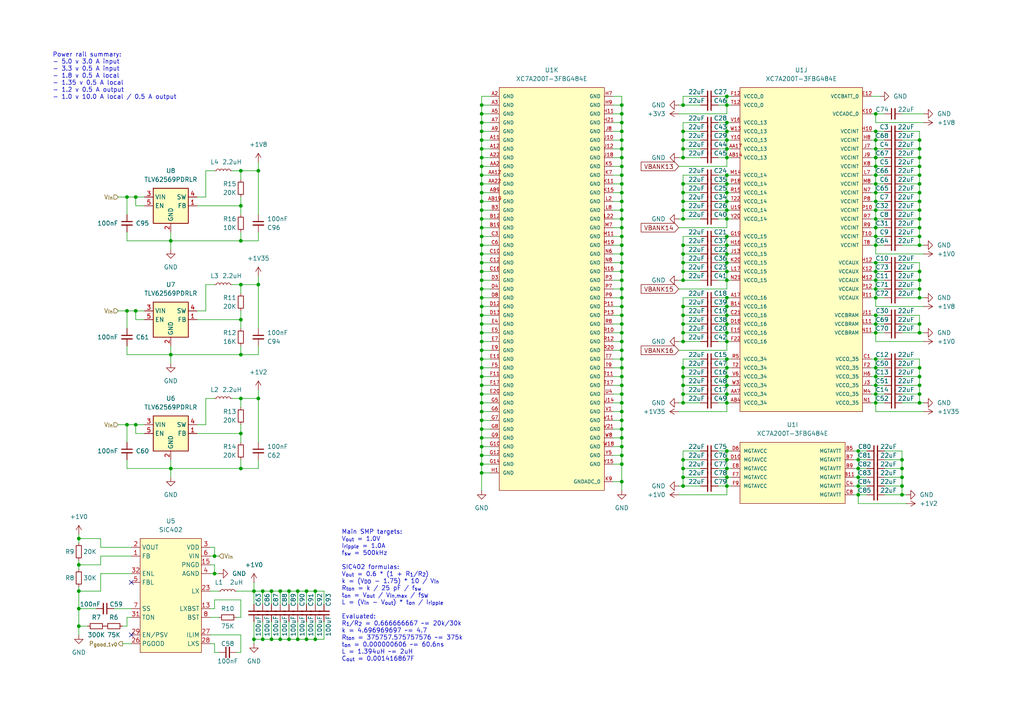
<source format=kicad_sch>
(kicad_sch (version 20231120) (generator "eeschema") (generator_version "8.0")
  (paper "A4")
  (junction (at 261.62 133.35))
  (junction (at 139.7 101.6))
  (junction (at 254 45.72))
  (junction (at 254 63.5))
  (junction (at 74.93 82.55))
  (junction (at 139.7 129.54))
  (junction (at 210.82 99.06))
  (junction (at 210.82 45.72))
  (junction (at 198.12 91.44))
  (junction (at 139.7 35.56))
  (junction (at 210.82 68.58))
  (junction (at 180.34 40.64))
  (junction (at 180.34 116.84))
  (junction (at 81.28 171.45))
  (junction (at 22.86 181.61))
  (junction (at 210.82 55.88))
  (junction (at 39.37 123.19))
  (junction (at 180.34 71.12))
  (junction (at 22.86 176.53))
  (junction (at 139.7 127))
  (junction (at 139.7 132.08))
  (junction (at 266.7 50.8))
  (junction (at 210.82 140.97))
  (junction (at 266.7 40.64))
  (junction (at 139.7 99.06))
  (junction (at 248.92 143.51))
  (junction (at 254 83.82))
  (junction (at 210.82 86.36))
  (junction (at 198.12 138.43))
  (junction (at 266.7 58.42))
  (junction (at 248.92 133.35))
  (junction (at 139.7 114.3))
  (junction (at 266.7 106.68))
  (junction (at 254 91.44))
  (junction (at 139.7 43.18))
  (junction (at 198.12 78.74))
  (junction (at 83.82 171.45))
  (junction (at 139.7 73.66))
  (junction (at 69.85 82.55))
  (junction (at 180.34 55.88))
  (junction (at 73.66 171.45))
  (junction (at 180.34 43.18))
  (junction (at 198.12 133.35))
  (junction (at 139.7 88.9))
  (junction (at 254 48.26))
  (junction (at 210.82 78.74))
  (junction (at 180.34 132.08))
  (junction (at 139.7 58.42))
  (junction (at 254 96.52))
  (junction (at 254 86.36))
  (junction (at 210.82 138.43))
  (junction (at 180.34 91.44))
  (junction (at 180.34 134.62))
  (junction (at 139.7 30.48))
  (junction (at 266.7 111.76))
  (junction (at 180.34 48.26))
  (junction (at 180.34 109.22))
  (junction (at 254 104.14))
  (junction (at 180.34 38.1))
  (junction (at 180.34 33.02))
  (junction (at 139.7 71.12))
  (junction (at 198.12 135.89))
  (junction (at 266.7 48.26))
  (junction (at 210.82 53.34))
  (junction (at 254 38.1))
  (junction (at 139.7 50.8))
  (junction (at 91.44 185.42))
  (junction (at 88.9 171.45))
  (junction (at 88.9 185.42))
  (junction (at 198.12 140.97))
  (junction (at 180.34 78.74))
  (junction (at 139.7 121.92))
  (junction (at 180.34 50.8))
  (junction (at 198.12 60.96))
  (junction (at 139.7 91.44))
  (junction (at 254 71.12))
  (junction (at 266.7 68.58))
  (junction (at 198.12 99.06))
  (junction (at 22.86 156.21))
  (junction (at 210.82 81.28))
  (junction (at 180.34 81.28))
  (junction (at 180.34 106.68))
  (junction (at 198.12 93.98))
  (junction (at 266.7 109.22))
  (junction (at 139.7 83.82))
  (junction (at 254 111.76))
  (junction (at 210.82 71.12))
  (junction (at 180.34 129.54))
  (junction (at 22.86 163.83))
  (junction (at 139.7 60.96))
  (junction (at 210.82 43.18))
  (junction (at 266.7 71.12))
  (junction (at 180.34 60.96))
  (junction (at 210.82 50.8))
  (junction (at 210.82 88.9))
  (junction (at 36.83 90.17))
  (junction (at 69.85 59.69))
  (junction (at 62.23 166.37))
  (junction (at 180.34 68.58))
  (junction (at 210.82 133.35))
  (junction (at 139.7 76.2))
  (junction (at 139.7 63.5))
  (junction (at 62.23 161.29))
  (junction (at 180.34 139.7))
  (junction (at 180.34 83.82))
  (junction (at 210.82 116.84))
  (junction (at 198.12 40.64))
  (junction (at 86.36 171.45))
  (junction (at 180.34 76.2))
  (junction (at 198.12 55.88))
  (junction (at 139.7 33.02))
  (junction (at 139.7 134.62))
  (junction (at 254 58.42))
  (junction (at 180.34 45.72))
  (junction (at 210.82 58.42))
  (junction (at 198.12 53.34))
  (junction (at 139.7 111.76))
  (junction (at 210.82 111.76))
  (junction (at 210.82 76.2))
  (junction (at 198.12 38.1))
  (junction (at 266.7 116.84))
  (junction (at 180.34 101.6))
  (junction (at 210.82 63.5))
  (junction (at 91.44 171.45))
  (junction (at 254 55.88))
  (junction (at 180.34 93.98))
  (junction (at 74.93 115.57))
  (junction (at 39.37 57.15))
  (junction (at 139.7 106.68))
  (junction (at 254 93.98))
  (junction (at 210.82 38.1))
  (junction (at 198.12 71.12))
  (junction (at 139.7 116.84))
  (junction (at 261.62 138.43))
  (junction (at 210.82 135.89))
  (junction (at 254 114.3))
  (junction (at 180.34 73.66))
  (junction (at 266.7 55.88))
  (junction (at 36.83 57.15))
  (junction (at 266.7 53.34))
  (junction (at 266.7 83.82))
  (junction (at 266.7 86.36))
  (junction (at 49.53 135.89))
  (junction (at 266.7 66.04))
  (junction (at 254 106.68))
  (junction (at 266.7 43.18))
  (junction (at 266.7 93.98))
  (junction (at 139.7 48.26))
  (junction (at 69.85 102.87))
  (junction (at 22.86 171.45))
  (junction (at 248.92 135.89))
  (junction (at 198.12 76.2))
  (junction (at 139.7 38.1))
  (junction (at 198.12 43.18))
  (junction (at 139.7 45.72))
  (junction (at 210.82 35.56))
  (junction (at 180.34 63.5))
  (junction (at 69.85 135.89))
  (junction (at 198.12 96.52))
  (junction (at 254 68.58))
  (junction (at 139.7 55.88))
  (junction (at 210.82 30.48))
  (junction (at 76.2 185.42))
  (junction (at 254 116.84))
  (junction (at 139.7 104.14))
  (junction (at 254 81.28))
  (junction (at 254 76.2))
  (junction (at 139.7 109.22))
  (junction (at 76.2 171.45))
  (junction (at 198.12 114.3))
  (junction (at 248.92 130.81))
  (junction (at 254 109.22))
  (junction (at 78.74 171.45))
  (junction (at 261.62 135.89))
  (junction (at 83.82 185.42))
  (junction (at 180.34 35.56))
  (junction (at 180.34 88.9))
  (junction (at 74.93 49.53))
  (junction (at 180.34 58.42))
  (junction (at 210.82 91.44))
  (junction (at 69.85 69.85))
  (junction (at 180.34 121.92))
  (junction (at 139.7 96.52))
  (junction (at 254 50.8))
  (junction (at 266.7 45.72))
  (junction (at 180.34 104.14))
  (junction (at 139.7 68.58))
  (junction (at 198.12 111.76))
  (junction (at 210.82 96.52))
  (junction (at 73.66 185.42))
  (junction (at 69.85 92.71))
  (junction (at 254 66.04))
  (junction (at 180.34 114.3))
  (junction (at 266.7 81.28))
  (junction (at 180.34 119.38))
  (junction (at 69.85 125.73))
  (junction (at 198.12 73.66))
  (junction (at 198.12 88.9))
  (junction (at 139.7 66.04))
  (junction (at 198.12 45.72))
  (junction (at 86.36 185.42))
  (junction (at 180.34 127))
  (junction (at 198.12 63.5))
  (junction (at 254 43.18))
  (junction (at 69.85 49.53))
  (junction (at 198.12 106.68))
  (junction (at 210.82 109.22))
  (junction (at 180.34 30.48))
  (junction (at 49.53 102.87))
  (junction (at 69.85 115.57))
  (junction (at 210.82 104.14))
  (junction (at 210.82 73.66))
  (junction (at 180.34 124.46))
  (junction (at 139.7 81.28))
  (junction (at 198.12 30.48))
  (junction (at 210.82 93.98))
  (junction (at 254 78.74))
  (junction (at 254 60.96))
  (junction (at 254 53.34))
  (junction (at 180.34 86.36))
  (junction (at 78.74 185.42))
  (junction (at 139.7 93.98))
  (junction (at 198.12 109.22))
  (junction (at 210.82 114.3))
  (junction (at 180.34 66.04))
  (junction (at 139.7 86.36))
  (junction (at 180.34 53.34))
  (junction (at 198.12 81.28))
  (junction (at 210.82 40.64))
  (junction (at 266.7 114.3))
  (junction (at 81.28 185.42))
  (junction (at 266.7 78.74))
  (junction (at 139.7 53.34))
  (junction (at 210.82 27.94))
  (junction (at 266.7 96.52))
  (junction (at 49.53 69.85))
  (junction (at 248.92 140.97))
  (junction (at 36.83 123.19))
  (junction (at 139.7 137.16))
  (junction (at 254 40.64))
  (junction (at 266.7 63.5))
  (junction (at 248.92 138.43))
  (junction (at 139.7 124.46))
  (junction (at 39.37 90.17))
  (junction (at 210.82 106.68))
  (junction (at 210.82 60.96))
  (junction (at 139.7 40.64))
  (junction (at 198.12 58.42))
  (junction (at 180.34 99.06))
  (junction (at 210.82 130.81))
  (junction (at 198.12 116.84))
  (junction (at 261.62 143.51))
  (junction (at 180.34 111.76))
  (junction (at 139.7 78.74))
  (junction (at 266.7 60.96))
  (junction (at 139.7 119.38))
  (junction (at 261.62 140.97))
  (junction (at 180.34 96.52))
  (junction (at 254 33.02))
  (no_connect (at 38.1 184.15))
  (no_connect (at 38.1 168.91))
  (wire (pts (xy 203.2 111.76) (xy 198.12 111.76)))
  (wire (pts (xy 139.7 106.68) (xy 139.7 109.22)))
  (wire (pts (xy 203.2 138.43) (xy 198.12 138.43)))
  (wire (pts (xy 22.86 156.21) (xy 29.21 156.21)))
  (wire (pts (xy 62.23 166.37) (xy 63.5 166.37)))
  (wire (pts (xy 73.66 171.45) (xy 68.58 171.45)))
  (wire (pts (xy 210.82 50.8) (xy 210.82 53.34)))
  (wire (pts (xy 139.7 121.92) (xy 139.7 124.46)))
  (wire (pts (xy 139.7 88.9) (xy 139.7 91.44)))
  (wire (pts (xy 261.62 48.26) (xy 266.7 48.26)))
  (wire (pts (xy 203.2 50.8) (xy 198.12 50.8)))
  (wire (pts (xy 139.7 33.02) (xy 139.7 35.56)))
  (wire (pts (xy 208.28 63.5) (xy 210.82 63.5)))
  (wire (pts (xy 180.34 73.66) (xy 180.34 76.2)))
  (wire (pts (xy 139.7 99.06) (xy 142.24 99.06)))
  (wire (pts (xy 210.82 78.74) (xy 210.82 81.28)))
  (wire (pts (xy 39.37 59.69) (xy 39.37 57.15)))
  (wire (pts (xy 198.12 106.68) (xy 198.12 109.22)))
  (wire (pts (xy 198.12 63.5) (xy 203.2 63.5)))
  (wire (pts (xy 49.53 102.87) (xy 69.85 102.87)))
  (wire (pts (xy 139.7 40.64) (xy 142.24 40.64)))
  (wire (pts (xy 139.7 71.12) (xy 139.7 73.66)))
  (wire (pts (xy 210.82 76.2) (xy 210.82 78.74)))
  (wire (pts (xy 36.83 57.15) (xy 39.37 57.15)))
  (wire (pts (xy 39.37 57.15) (xy 41.91 57.15)))
  (wire (pts (xy 208.28 99.06) (xy 210.82 99.06)))
  (wire (pts (xy 198.12 35.56) (xy 198.12 38.1)))
  (wire (pts (xy 62.23 173.99) (xy 62.23 176.53)))
  (wire (pts (xy 210.82 38.1) (xy 210.82 40.64)))
  (wire (pts (xy 139.7 81.28) (xy 139.7 83.82)))
  (wire (pts (xy 22.86 154.94) (xy 22.86 156.21)))
  (wire (pts (xy 210.82 71.12) (xy 212.09 71.12)))
  (wire (pts (xy 210.82 53.34) (xy 210.82 55.88)))
  (wire (pts (xy 210.82 43.18) (xy 210.82 45.72)))
  (wire (pts (xy 139.7 33.02) (xy 142.24 33.02)))
  (wire (pts (xy 254 83.82) (xy 252.73 83.82)))
  (wire (pts (xy 210.82 48.26) (xy 210.82 45.72)))
  (wire (pts (xy 139.7 68.58) (xy 142.24 68.58)))
  (wire (pts (xy 139.7 45.72) (xy 142.24 45.72)))
  (wire (pts (xy 76.2 185.42) (xy 73.66 185.42)))
  (wire (pts (xy 22.86 162.56) (xy 22.86 163.83)))
  (wire (pts (xy 266.7 76.2) (xy 266.7 78.74)))
  (wire (pts (xy 139.7 43.18) (xy 142.24 43.18)))
  (wire (pts (xy 198.12 43.18) (xy 198.12 40.64)))
  (wire (pts (xy 180.34 45.72) (xy 180.34 48.26)))
  (wire (pts (xy 210.82 55.88) (xy 208.28 55.88)))
  (wire (pts (xy 208.28 53.34) (xy 210.82 53.34)))
  (wire (pts (xy 180.34 35.56) (xy 177.8 35.56)))
  (wire (pts (xy 266.7 116.84) (xy 266.7 114.3)))
  (wire (pts (xy 139.7 66.04) (xy 142.24 66.04)))
  (wire (pts (xy 198.12 71.12) (xy 203.2 71.12)))
  (wire (pts (xy 180.34 53.34) (xy 177.8 53.34)))
  (wire (pts (xy 139.7 58.42) (xy 142.24 58.42)))
  (wire (pts (xy 139.7 83.82) (xy 142.24 83.82)))
  (wire (pts (xy 139.7 55.88) (xy 139.7 58.42)))
  (wire (pts (xy 210.82 91.44) (xy 210.82 93.98)))
  (wire (pts (xy 254 111.76) (xy 254 114.3)))
  (wire (pts (xy 210.82 138.43) (xy 212.09 138.43)))
  (wire (pts (xy 254 60.96) (xy 256.54 60.96)))
  (wire (pts (xy 180.34 58.42) (xy 177.8 58.42)))
  (wire (pts (xy 180.34 124.46) (xy 180.34 127)))
  (wire (pts (xy 139.7 35.56) (xy 139.7 38.1)))
  (wire (pts (xy 261.62 55.88) (xy 266.7 55.88)))
  (wire (pts (xy 256.54 133.35) (xy 261.62 133.35)))
  (wire (pts (xy 180.34 121.92) (xy 177.8 121.92)))
  (wire (pts (xy 39.37 125.73) (xy 39.37 123.19)))
  (wire (pts (xy 210.82 140.97) (xy 208.28 140.97)))
  (wire (pts (xy 69.85 59.69) (xy 69.85 57.15)))
  (wire (pts (xy 139.7 119.38) (xy 139.7 121.92)))
  (wire (pts (xy 69.85 115.57) (xy 74.93 115.57)))
  (wire (pts (xy 180.34 129.54) (xy 177.8 129.54)))
  (wire (pts (xy 36.83 102.87) (xy 49.53 102.87)))
  (wire (pts (xy 256.54 138.43) (xy 261.62 138.43)))
  (wire (pts (xy 139.7 127) (xy 139.7 129.54)))
  (wire (pts (xy 254 40.64) (xy 256.54 40.64)))
  (wire (pts (xy 139.7 109.22) (xy 142.24 109.22)))
  (wire (pts (xy 59.69 123.19) (xy 59.69 115.57)))
  (wire (pts (xy 210.82 116.84) (xy 208.28 116.84)))
  (wire (pts (xy 198.12 116.84) (xy 196.85 116.84)))
  (wire (pts (xy 86.36 185.42) (xy 88.9 185.42)))
  (wire (pts (xy 210.82 68.58) (xy 212.09 68.58)))
  (wire (pts (xy 86.36 171.45) (xy 88.9 171.45)))
  (wire (pts (xy 254 43.18) (xy 256.54 43.18)))
  (wire (pts (xy 254 104.14) (xy 252.73 104.14)))
  (wire (pts (xy 49.53 133.35) (xy 49.53 135.89)))
  (wire (pts (xy 248.92 135.89) (xy 247.65 135.89)))
  (wire (pts (xy 210.82 38.1) (xy 212.09 38.1)))
  (wire (pts (xy 212.09 96.52) (xy 210.82 96.52)))
  (wire (pts (xy 261.62 138.43) (xy 261.62 140.97)))
  (wire (pts (xy 266.7 78.74) (xy 266.7 81.28)))
  (wire (pts (xy 254 78.74) (xy 256.54 78.74)))
  (wire (pts (xy 210.82 35.56) (xy 208.28 35.56)))
  (wire (pts (xy 261.62 109.22) (xy 266.7 109.22)))
  (wire (pts (xy 180.34 121.92) (xy 180.34 124.46)))
  (wire (pts (xy 210.82 119.38) (xy 210.82 116.84)))
  (wire (pts (xy 210.82 55.88) (xy 212.09 55.88)))
  (wire (pts (xy 210.82 63.5) (xy 212.09 63.5)))
  (wire (pts (xy 22.86 163.83) (xy 22.86 165.1)))
  (wire (pts (xy 210.82 27.94) (xy 210.82 30.48)))
  (wire (pts (xy 198.12 116.84) (xy 198.12 114.3)))
  (wire (pts (xy 69.85 173.99) (xy 69.85 179.07)))
  (wire (pts (xy 261.62 68.58) (xy 266.7 68.58)))
  (wire (pts (xy 210.82 114.3) (xy 210.82 116.84)))
  (wire (pts (xy 60.96 163.83) (xy 62.23 163.83)))
  (wire (pts (xy 254 96.52) (xy 256.54 96.52)))
  (wire (pts (xy 203.2 38.1) (xy 198.12 38.1)))
  (wire (pts (xy 210.82 73.66) (xy 210.82 76.2)))
  (wire (pts (xy 196.85 143.51) (xy 210.82 143.51)))
  (wire (pts (xy 139.7 129.54) (xy 139.7 132.08)))
  (wire (pts (xy 139.7 45.72) (xy 139.7 48.26)))
  (wire (pts (xy 198.12 93.98) (xy 198.12 96.52)))
  (wire (pts (xy 69.85 92.71) (xy 69.85 95.25)))
  (wire (pts (xy 210.82 91.44) (xy 208.28 91.44)))
  (wire (pts (xy 69.85 69.85) (xy 74.93 69.85)))
  (wire (pts (xy 139.7 73.66) (xy 142.24 73.66)))
  (wire (pts (xy 254 106.68) (xy 256.54 106.68)))
  (wire (pts (xy 210.82 130.81) (xy 210.82 133.35)))
  (wire (pts (xy 256.54 130.81) (xy 261.62 130.81)))
  (wire (pts (xy 69.85 59.69) (xy 69.85 62.23)))
  (wire (pts (xy 180.34 129.54) (xy 180.34 132.08)))
  (wire (pts (xy 254 55.88) (xy 256.54 55.88)))
  (wire (pts (xy 180.34 27.94) (xy 180.34 30.48)))
  (wire (pts (xy 203.2 114.3) (xy 198.12 114.3)))
  (wire (pts (xy 69.85 49.53) (xy 69.85 52.07)))
  (wire (pts (xy 180.34 134.62) (xy 177.8 134.62)))
  (wire (pts (xy 266.7 40.64) (xy 266.7 43.18)))
  (wire (pts (xy 180.34 132.08) (xy 177.8 132.08)))
  (wire (pts (xy 29.21 166.37) (xy 38.1 166.37)))
  (wire (pts (xy 254 93.98) (xy 252.73 93.98)))
  (wire (pts (xy 139.7 121.92) (xy 142.24 121.92)))
  (wire (pts (xy 39.37 92.71) (xy 39.37 90.17)))
  (wire (pts (xy 180.34 63.5) (xy 177.8 63.5)))
  (wire (pts (xy 266.7 58.42) (xy 266.7 60.96)))
  (wire (pts (xy 198.12 53.34) (xy 198.12 55.88)))
  (wire (pts (xy 22.86 171.45) (xy 22.86 176.53)))
  (wire (pts (xy 35.56 186.69) (xy 38.1 186.69)))
  (wire (pts (xy 139.7 129.54) (xy 142.24 129.54)))
  (wire (pts (xy 139.7 91.44) (xy 142.24 91.44)))
  (wire (pts (xy 91.44 180.34) (xy 91.44 185.42)))
  (wire (pts (xy 180.34 55.88) (xy 177.8 55.88)))
  (wire (pts (xy 210.82 109.22) (xy 210.82 111.76)))
  (wire (pts (xy 266.7 104.14) (xy 266.7 106.68)))
  (wire (pts (xy 210.82 111.76) (xy 210.82 114.3)))
  (wire (pts (xy 266.7 63.5) (xy 266.7 66.04)))
  (wire (pts (xy 139.7 50.8) (xy 142.24 50.8)))
  (wire (pts (xy 261.62 43.18) (xy 266.7 43.18)))
  (wire (pts (xy 36.83 133.35) (xy 36.83 135.89)))
  (wire (pts (xy 139.7 124.46) (xy 139.7 127)))
  (wire (pts (xy 36.83 57.15) (xy 36.83 62.23)))
  (wire (pts (xy 210.82 86.36) (xy 208.28 86.36)))
  (wire (pts (xy 210.82 143.51) (xy 210.82 140.97)))
  (wire (pts (xy 41.91 125.73) (xy 39.37 125.73)))
  (wire (pts (xy 180.34 106.68) (xy 177.8 106.68)))
  (wire (pts (xy 266.7 83.82) (xy 266.7 81.28)))
  (wire (pts (xy 139.7 27.94) (xy 139.7 30.48)))
  (wire (pts (xy 57.15 125.73) (xy 69.85 125.73)))
  (wire (pts (xy 208.28 58.42) (xy 210.82 58.42)))
  (wire (pts (xy 254 53.34) (xy 256.54 53.34)))
  (wire (pts (xy 266.7 86.36) (xy 267.97 86.36)))
  (wire (pts (xy 210.82 45.72) (xy 208.28 45.72)))
  (wire (pts (xy 59.69 82.55) (xy 62.23 82.55)))
  (wire (pts (xy 210.82 33.02) (xy 196.85 33.02)))
  (wire (pts (xy 139.7 104.14) (xy 142.24 104.14)))
  (wire (pts (xy 266.7 50.8) (xy 266.7 53.34)))
  (wire (pts (xy 83.82 180.34) (xy 83.82 185.42)))
  (wire (pts (xy 139.7 27.94) (xy 142.24 27.94)))
  (wire (pts (xy 266.7 91.44) (xy 261.62 91.44)))
  (wire (pts (xy 62.23 166.37) (xy 60.96 166.37)))
  (wire (pts (xy 198.12 104.14) (xy 198.12 106.68)))
  (wire (pts (xy 254 53.34) (xy 254 55.88)))
  (wire (pts (xy 60.96 186.69) (xy 62.23 186.69)))
  (wire (pts (xy 60.96 161.29) (xy 62.23 161.29)))
  (wire (pts (xy 210.82 83.82) (xy 210.82 81.28)))
  (wire (pts (xy 196.85 48.26) (xy 210.82 48.26)))
  (wire (pts (xy 210.82 111.76) (xy 212.09 111.76)))
  (wire (pts (xy 254 91.44) (xy 256.54 91.44)))
  (wire (pts (xy 74.93 133.35) (xy 74.93 135.89)))
  (wire (pts (xy 266.7 38.1) (xy 266.7 40.64)))
  (wire (pts (xy 36.83 123.19) (xy 36.83 128.27)))
  (wire (pts (xy 203.2 135.89) (xy 198.12 135.89)))
  (wire (pts (xy 261.62 130.81) (xy 261.62 133.35)))
  (wire (pts (xy 254 99.06) (xy 267.97 99.06)))
  (wire (pts (xy 91.44 185.42) (xy 88.9 185.42)))
  (wire (pts (xy 29.21 163.83) (xy 29.21 161.29)))
  (wire (pts (xy 254 93.98) (xy 256.54 93.98)))
  (wire (pts (xy 81.28 175.26) (xy 81.28 171.45)))
  (wire (pts (xy 74.93 49.53) (xy 74.93 62.23)))
  (wire (pts (xy 180.34 45.72) (xy 177.8 45.72)))
  (wire (pts (xy 210.82 73.66) (xy 208.28 73.66)))
  (wire (pts (xy 198.12 58.42) (xy 198.12 60.96)))
  (wire (pts (xy 254 78.74) (xy 254 76.2)))
  (wire (pts (xy 210.82 140.97) (xy 212.09 140.97)))
  (wire (pts (xy 210.82 99.06) (xy 212.09 99.06)))
  (wire (pts (xy 180.34 88.9) (xy 177.8 88.9)))
  (wire (pts (xy 180.34 43.18) (xy 180.34 45.72)))
  (wire (pts (xy 180.34 86.36) (xy 177.8 86.36)))
  (wire (pts (xy 212.09 78.74) (xy 210.82 78.74)))
  (wire (pts (xy 198.12 27.94) (xy 203.2 27.94)))
  (wire (pts (xy 180.34 114.3) (xy 177.8 114.3)))
  (wire (pts (xy 266.7 55.88) (xy 266.7 58.42)))
  (wire (pts (xy 180.34 127) (xy 180.34 129.54)))
  (wire (pts (xy 62.23 189.23) (xy 63.5 189.23)))
  (wire (pts (xy 266.7 116.84) (xy 267.97 116.84)))
  (wire (pts (xy 248.92 140.97) (xy 251.46 140.97)))
  (wire (pts (xy 254 81.28) (xy 252.73 81.28)))
  (wire (pts (xy 198.12 111.76) (xy 198.12 114.3)))
  (wire (pts (xy 261.62 96.52) (xy 266.7 96.52)))
  (wire (pts (xy 180.34 27.94) (xy 177.8 27.94)))
  (wire (pts (xy 203.2 130.81) (xy 198.12 130.81)))
  (wire (pts (xy 254 60.96) (xy 252.73 60.96)))
  (wire (pts (xy 62.23 173.99) (xy 69.85 173.99)))
  (wire (pts (xy 254 40.64) (xy 252.73 40.64)))
  (wire (pts (xy 83.82 185.42) (xy 86.36 185.42)))
  (wire (pts (xy 198.12 30.48) (xy 203.2 30.48)))
  (wire (pts (xy 210.82 60.96) (xy 210.82 63.5)))
  (wire (pts (xy 210.82 133.35) (xy 208.28 133.35)))
  (wire (pts (xy 74.93 113.03) (xy 74.93 115.57)))
  (wire (pts (xy 198.12 30.48) (xy 196.85 30.48)))
  (wire (pts (xy 69.85 184.15) (xy 69.85 189.23)))
  (wire (pts (xy 180.34 48.26) (xy 180.34 50.8)))
  (wire (pts (xy 139.7 132.08) (xy 142.24 132.08)))
  (wire (pts (xy 139.7 93.98) (xy 139.7 96.52)))
  (wire (pts (xy 261.62 143.51) (xy 262.89 143.51)))
  (wire (pts (xy 73.66 171.45) (xy 73.66 175.26)))
  (wire (pts (xy 261.62 60.96) (xy 266.7 60.96)))
  (wire (pts (xy 180.34 30.48) (xy 177.8 30.48)))
  (wire (pts (xy 73.66 180.34) (xy 73.66 185.42)))
  (wire (pts (xy 33.02 176.53) (xy 38.1 176.53)))
  (wire (pts (xy 91.44 171.45) (xy 88.9 171.45)))
  (wire (pts (xy 60.96 158.75) (xy 62.23 158.75)))
  (wire (pts (xy 261.62 40.64) (xy 266.7 40.64)))
  (wire (pts (xy 254 86.36) (xy 256.54 86.36)))
  (wire (pts (xy 210.82 38.1) (xy 208.28 38.1)))
  (wire (pts (xy 180.34 30.48) (xy 180.34 33.02)))
  (wire (pts (xy 59.69 49.53) (xy 62.23 49.53)))
  (wire (pts (xy 261.62 45.72) (xy 266.7 45.72)))
  (wire (pts (xy 62.23 163.83) (xy 62.23 166.37)))
  (wire (pts (xy 254 76.2) (xy 256.54 76.2)))
  (wire (pts (xy 93.98 180.34) (xy 93.98 185.42)))
  (wire (pts (xy 210.82 101.6) (xy 210.82 99.06)))
  (wire (pts (xy 139.7 55.88) (xy 142.24 55.88)))
  (wire (pts (xy 261.62 78.74) (xy 266.7 78.74)))
  (wire (pts (xy 266.7 86.36) (xy 266.7 83.82)))
  (wire (pts (xy 62.23 158.75) (xy 62.23 161.29)))
  (wire (pts (xy 139.7 53.34) (xy 142.24 53.34)))
  (wire (pts (xy 57.15 59.69) (xy 69.85 59.69)))
  (wire (pts (xy 29.21 158.75) (xy 38.1 158.75)))
  (wire (pts (xy 22.86 156.21) (xy 22.86 157.48)))
  (wire (pts (xy 198.12 68.58) (xy 198.12 71.12)))
  (wire (pts (xy 139.7 30.48) (xy 142.24 30.48)))
  (wire (pts (xy 254 78.74) (xy 252.73 78.74)))
  (wire (pts (xy 180.34 104.14) (xy 177.8 104.14)))
  (wire (pts (xy 180.34 38.1) (xy 180.34 40.64)))
  (wire (pts (xy 261.62 106.68) (xy 266.7 106.68)))
  (wire (pts (xy 254 114.3) (xy 254 116.84)))
  (wire (pts (xy 248.92 130.81) (xy 248.92 133.35)))
  (wire (pts (xy 81.28 185.42) (xy 78.74 185.42)))
  (wire (pts (xy 198.12 53.34) (xy 203.2 53.34)))
  (wire (pts (xy 208.28 30.48) (xy 210.82 30.48)))
  (wire (pts (xy 180.34 111.76) (xy 177.8 111.76)))
  (wire (pts (xy 210.82 138.43) (xy 210.82 140.97)))
  (wire (pts (xy 69.85 125.73) (xy 69.85 128.27)))
  (wire (pts (xy 69.85 179.07) (xy 68.58 179.07)))
  (wire (pts (xy 266.7 53.34) (xy 266.7 55.88)))
  (wire (pts (xy 59.69 57.15) (xy 59.69 49.53)))
  (wire (pts (xy 266.7 45.72) (xy 266.7 48.26)))
  (wire (pts (xy 261.62 133.35) (xy 261.62 135.89)))
  (wire (pts (xy 254 106.68) (xy 254 109.22)))
  (wire (pts (xy 198.12 76.2) (xy 198.12 78.74)))
  (wire (pts (xy 139.7 38.1) (xy 142.24 38.1)))
  (wire (pts (xy 198.12 30.48) (xy 198.12 27.94)))
  (wire (pts (xy 198.12 88.9) (xy 203.2 88.9)))
  (wire (pts (xy 198.12 86.36) (xy 198.12 88.9)))
  (wire (pts (xy 210.82 30.48) (xy 212.09 30.48)))
  (wire (pts (xy 139.7 137.16) (xy 139.7 142.24)))
  (wire (pts (xy 41.91 59.69) (xy 39.37 59.69)))
  (wire (pts (xy 261.62 66.04) (xy 266.7 66.04)))
  (wire (pts (xy 210.82 96.52) (xy 210.82 99.06)))
  (wire (pts (xy 210.82 40.64) (xy 208.28 40.64)))
  (wire (pts (xy 254 83.82) (xy 256.54 83.82)))
  (wire (pts (xy 180.34 66.04) (xy 177.8 66.04)))
  (wire (pts (xy 254 58.42) (xy 254 55.88)))
  (wire (pts (xy 267.97 119.38) (xy 254 119.38)))
  (wire (pts (xy 266.7 71.12) (xy 266.7 68.58)))
  (wire (pts (xy 198.12 88.9) (xy 198.12 91.44)))
  (wire (pts (xy 76.2 175.26) (xy 76.2 171.45)))
  (wire (pts (xy 254 58.42) (xy 256.54 58.42)))
  (wire (pts (xy 210.82 104.14) (xy 210.82 106.68)))
  (wire (pts (xy 180.34 119.38) (xy 177.8 119.38)))
  (wire (pts (xy 59.69 90.17) (xy 59.69 82.55)))
  (wire (pts (xy 34.29 90.17) (xy 36.83 90.17)))
  (wire (pts (xy 139.7 43.18) (xy 139.7 45.72)))
  (wire (pts (xy 210.82 86.36) (xy 210.82 88.9)))
  (wire (pts (xy 29.21 171.45) (xy 29.21 166.37)))
  (wire (pts (xy 180.34 132.08) (xy 180.34 134.62)))
  (wire (pts (xy 212.09 27.94) (xy 210.82 27.94)))
  (wire (pts (xy 139.7 101.6) (xy 142.24 101.6)))
  (wire (pts (xy 196.85 119.38) (xy 210.82 119.38)))
  (wire (pts (xy 198.12 99.06) (xy 196.85 99.06)))
  (wire (pts (xy 208.28 81.28) (xy 210.82 81.28)))
  (wire (pts (xy 261.62 58.42) (xy 266.7 58.42)))
  (wire (pts (xy 254 83.82) (xy 254 86.36)))
  (wire (pts (xy 180.34 33.02) (xy 180.34 35.56)))
  (wire (pts (xy 248.92 140.97) (xy 247.65 140.97)))
  (wire (pts (xy 180.34 91.44) (xy 177.8 91.44)))
  (wire (pts (xy 212.09 43.18) (xy 210.82 43.18)))
  (wire (pts (xy 180.34 111.76) (xy 180.34 114.3)))
  (wire (pts (xy 74.93 46.99) (xy 74.93 49.53)))
  (wire (pts (xy 210.82 93.98) (xy 210.82 96.52)))
  (wire (pts (xy 266.7 71.12) (xy 267.97 71.12)))
  (wire (pts (xy 180.34 35.56) (xy 180.34 38.1)))
  (wire (pts (xy 139.7 96.52) (xy 139.7 99.06)))
  (wire (pts (xy 254 53.34) (xy 252.73 53.34)))
  (wire (pts (xy 198.12 38.1) (xy 198.12 40.64)))
  (wire (pts (xy 180.34 78.74) (xy 177.8 78.74)))
  (wire (pts (xy 248.92 146.05) (xy 262.89 146.05)))
  (wire (pts (xy 210.82 76.2) (xy 212.09 76.2)))
  (wire (pts (xy 88.9 180.34) (xy 88.9 185.42)))
  (wire (pts (xy 254 33.02) (xy 252.73 33.02)))
  (wire (pts (xy 74.93 115.57) (xy 74.93 128.27)))
  (wire (pts (xy 208.28 27.94) (xy 210.82 27.94)))
  (wire (pts (xy 254 88.9) (xy 254 86.36)))
  (wire (pts (xy 266.7 66.04) (xy 266.7 68.58)))
  (wire (pts (xy 60.96 184.15) (xy 69.85 184.15)))
  (wire (pts (xy 210.82 93.98) (xy 212.09 93.98)))
  (wire (pts (xy 248.92 133.35) (xy 247.65 133.35)))
  (wire (pts (xy 254 71.12) (xy 252.73 71.12)))
  (wire (pts (xy 210.82 58.42) (xy 212.09 58.42)))
  (wire (pts (xy 198.12 135.89) (xy 198.12 138.43)))
  (wire (pts (xy 254 119.38) (xy 254 116.84)))
  (wire (pts (xy 254 63.5) (xy 254 60.96)))
  (wire (pts (xy 248.92 143.51) (xy 247.65 143.51)))
  (wire (pts (xy 210.82 71.12) (xy 210.82 73.66)))
  (wire (pts (xy 254 50.8) (xy 254 53.34)))
  (wire (pts (xy 248.92 138.43) (xy 247.65 138.43)))
  (wire (pts (xy 254 109.22) (xy 254 111.76)))
  (wire (pts (xy 198.12 99.06) (xy 203.2 99.06)))
  (wire (pts (xy 254 35.56) (xy 267.97 35.56)))
  (wire (pts (xy 261.62 50.8) (xy 266.7 50.8)))
  (wire (pts (xy 210.82 106.68) (xy 212.09 106.68)))
  (wire (pts (xy 254 68.58) (xy 254 66.04)))
  (wire (pts (xy 139.7 38.1) (xy 139.7 40.64)))
  (wire (pts (xy 36.83 69.85) (xy 49.53 69.85)))
  (wire (pts (xy 139.7 53.34) (xy 139.7 55.88)))
  (wire (pts (xy 261.62 53.34) (xy 266.7 53.34)))
  (wire (pts (xy 139.7 58.42) (xy 139.7 60.96)))
  (wire (pts (xy 203.2 91.44) (xy 198.12 91.44)))
  (wire (pts (xy 261.62 116.84) (xy 266.7 116.84)))
  (wire (pts (xy 210.82 40.64) (xy 212.09 40.64)))
  (wire (pts (xy 248.92 135.89) (xy 248.92 138.43)))
  (wire (pts (xy 180.34 91.44) (xy 180.34 93.98)))
  (wire (pts (xy 210.82 104.14) (xy 208.28 104.14)))
  (wire (pts (xy 22.86 171.45) (xy 29.21 171.45)))
  (wire (pts (xy 180.34 114.3) (xy 180.34 116.84)))
  (wire (pts (xy 261.62 63.5) (xy 266.7 63.5)))
  (wire (pts (xy 210.82 106.68) (xy 210.82 109.22)))
  (wire (pts (xy 62.23 176.53) (xy 60.96 176.53)))
  (wire (pts (xy 210.82 130.81) (xy 212.09 130.81)))
  (wire (pts (xy 198.12 91.44) (xy 198.12 93.98)))
  (wire (pts (xy 180.34 93.98) (xy 180.34 96.52)))
  (wire (pts (xy 203.2 86.36) (xy 198.12 86.36)))
  (wire (pts (xy 254 66.04) (xy 256.54 66.04)))
  (wire (pts (xy 210.82 68.58) (xy 210.82 71.12)))
  (wire (pts (xy 208.28 76.2) (xy 210.82 76.2)))
  (wire (pts (xy 60.96 171.45) (xy 63.5 171.45)))
  (wire (pts (xy 208.28 88.9) (xy 210.82 88.9)))
  (wire (pts (xy 49.53 69.85) (xy 49.53 72.39)))
  (wire (pts (xy 139.7 35.56) (xy 142.24 35.56)))
  (wire (pts (xy 139.7 111.76) (xy 139.7 114.3)))
  (wire (pts (xy 266.7 96.52) (xy 266.7 93.98)))
  (wire (pts (xy 254 104.14) (xy 254 106.68)))
  (wire (pts (xy 248.92 143.51) (xy 251.46 143.51)))
  (wire (pts (xy 266.7 96.52) (xy 267.97 96.52)))
  (wire (pts (xy 210.82 53.34) (xy 212.09 53.34)))
  (wire (pts (xy 198.12 130.81) (xy 198.12 133.35)))
  (wire (pts (xy 266.7 106.68) (xy 266.7 109.22)))
  (wire (pts (xy 139.7 60.96) (xy 139.7 63.5)))
  (wire (pts (xy 180.34 93.98) (xy 177.8 93.98)))
  (wire (pts (xy 36.83 90.17) (xy 39.37 90.17)))
  (wire (pts (xy 22.86 176.53) (xy 27.94 176.53)))
  (wire (pts (xy 180.34 40.64) (xy 177.8 40.64)))
  (wire (pts (xy 22.86 181.61) (xy 25.4 181.61)))
  (wire (pts (xy 29.21 161.29) (xy 38.1 161.29)))
  (wire (pts (xy 198.12 45.72) (xy 196.85 45.72)))
  (wire (pts (xy 198.12 63.5) (xy 198.12 60.96)))
  (wire (pts (xy 210.82 55.88) (xy 210.82 58.42)))
  (wire (pts (xy 203.2 106.68) (xy 198.12 106.68)))
  (wire (pts (xy 254 68.58) (xy 256.54 68.58)))
  (wire (pts (xy 261.62 104.14) (xy 266.7 104.14)))
  (wire (pts (xy 180.34 116.84) (xy 177.8 116.84)))
  (wire (pts (xy 261.62 33.02) (xy 267.97 33.02)))
  (wire (pts (xy 36.83 90.17) (xy 36.83 95.25)))
  (wire (pts (xy 261.62 135.89) (xy 261.62 138.43)))
  (wire (pts (xy 139.7 134.62) (xy 142.24 134.62)))
  (wire (pts (xy 254 45.72) (xy 254 48.26)))
  (wire (pts (xy 254 45.72) (xy 256.54 45.72)))
  (wire (pts (xy 254 81.28) (xy 256.54 81.28)))
  (wire (pts (xy 49.53 102.87) (xy 49.53 105.41)))
  (wire (pts (xy 198.12 71.12) (xy 198.12 73.66)))
  (wire (pts (xy 208.28 93.98) (xy 210.82 93.98)))
  (wire (pts (xy 139.7 96.52) (xy 142.24 96.52)))
  (wire (pts (xy 74.93 80.01) (xy 74.93 82.55)))
  (wire (pts (xy 57.15 92.71) (xy 69.85 92.71)))
  (wire (pts (xy 254 63.5) (xy 254 66.04)))
  (wire (pts (xy 254 55.88) (xy 252.73 55.88)))
  (wire (pts (xy 34.29 57.15) (xy 36.83 57.15)))
  (wire (pts (xy 139.7 109.22) (xy 139.7 111.76)))
  (wire (pts (xy 198.12 58.42) (xy 203.2 58.42)))
  (wire (pts (xy 139.7 48.26) (xy 139.7 50.8)))
  (wire (pts (xy 208.28 71.12) (xy 210.82 71.12)))
  (wire (pts (xy 254 63.5) (xy 256.54 63.5)))
  (wire (pts (xy 254 81.28) (xy 254 78.74)))
  (wire (pts (xy 88.9 175.26) (xy 88.9 171.45)))
  (wire (pts (xy 203.2 140.97) (xy 198.12 140.97)))
  (wire (pts (xy 254 40.64) (xy 254 38.1)))
  (wire (pts (xy 81.28 171.45) (xy 78.74 171.45)))
  (wire (pts (xy 83.82 185.42) (xy 81.28 185.42)))
  (wire (pts (xy 69.85 92.71) (xy 69.85 90.17)))
  (wire (pts (xy 254 116.84) (xy 252.73 116.84)))
  (wire (pts (xy 139.7 50.8) (xy 139.7 53.34)))
  (wire (pts (xy 29.21 158.75) (xy 29.21 156.21)))
  (wire (pts (xy 180.34 139.7) (xy 180.34 134.62)))
  (wire (pts (xy 180.34 83.82) (xy 180.34 86.36)))
  (wire (pts (xy 139.7 63.5) (xy 139.7 66.04)))
  (wire (pts (xy 203.2 43.18) (xy 198.12 43.18)))
  (wire (pts (xy 254 66.04) (xy 252.73 66.04)))
  (wire (pts (xy 139.7 119.38) (xy 142.24 119.38)))
  (wire (pts (xy 22.86 184.15) (xy 22.86 181.61)))
  (wire (pts (xy 41.91 92.71) (xy 39.37 92.71)))
  (wire (pts (xy 180.34 99.06) (xy 180.34 101.6)))
  (wire (pts (xy 57.15 123.19) (xy 59.69 123.19)))
  (wire (pts (xy 49.53 69.85) (xy 69.85 69.85)))
  (wire (pts (xy 210.82 109.22) (xy 208.28 109.22)))
  (wire (pts (xy 81.28 180.34) (xy 81.28 185.42)))
  (wire (pts (xy 139.7 91.44) (xy 139.7 93.98)))
  (wire (pts (xy 210.82 111.76) (xy 208.28 111.76)))
  (wire (pts (xy 203.2 35.56) (xy 198.12 35.56)))
  (wire (pts (xy 57.15 90.17) (xy 59.69 90.17)))
  (wire (pts (xy 210.82 135.89) (xy 212.09 135.89)))
  (wire (pts (xy 177.8 139.7) (xy 180.34 139.7)))
  (wire (pts (xy 76.2 180.34) (xy 76.2 185.42)))
  (wire (pts (xy 76.2 171.45) (xy 73.66 171.45)))
  (wire (pts (xy 266.7 60.96) (xy 266.7 63.5)))
  (wire (pts (xy 248.92 135.89) (xy 251.46 135.89)))
  (wire (pts (xy 180.34 139.7) (xy 180.34 142.24)))
  (wire (pts (xy 210.82 66.04) (xy 210.82 63.5)))
  (wire (pts (xy 139.7 86.36) (xy 142.24 86.36)))
  (wire (pts (xy 180.34 101.6) (xy 180.34 104.14)))
  (wire (pts (xy 254 38.1) (xy 256.54 38.1)))
  (wire (pts (xy 254 43.18) (xy 254 40.64)))
  (wire (pts (xy 254 43.18) (xy 252.73 43.18)))
  (wire (pts (xy 139.7 99.06) (xy 139.7 101.6)))
  (wire (pts (xy 49.53 100.33) (xy 49.53 102.87)))
  (wire (pts (xy 254 99.06) (xy 254 96.52)))
  (wire (pts (xy 254 38.1) (xy 252.73 38.1)))
  (wire (pts (xy 139.7 93.98) (xy 142.24 93.98)))
  (wire (pts (xy 39.37 90.17) (xy 41.91 90.17)))
  (wire (pts (xy 210.82 96.52) (xy 208.28 96.52)))
  (wire (pts (xy 78.74 175.26) (xy 78.74 171.45)))
  (wire (pts (xy 180.34 127) (xy 177.8 127)))
  (wire (pts (xy 139.7 137.16) (xy 142.24 137.16)))
  (wire (pts (xy 256.54 143.51) (xy 261.62 143.51)))
  (wire (pts (xy 254 48.26) (xy 252.73 48.26)))
  (wire (pts (xy 261.62 93.98) (xy 266.7 93.98)))
  (wire (pts (xy 180.34 116.84) (xy 180.34 119.38)))
  (wire (pts (xy 180.34 40.64) (xy 180.34 43.18)))
  (wire (pts (xy 254 109.22) (xy 256.54 109.22)))
  (wire (pts (xy 86.36 180.34) (xy 86.36 185.42)))
  (wire (pts (xy 139.7 134.62) (xy 139.7 137.16)))
  (wire (pts (xy 91.44 175.26) (xy 91.44 171.45)))
  (wire (pts (xy 248.92 130.81) (xy 251.46 130.81)))
  (wire (pts (xy 254 33.02) (xy 256.54 33.02)))
  (wire (pts (xy 261.62 143.51) (xy 261.62 140.97)))
  (wire (pts (xy 139.7 76.2) (xy 139.7 78.74)))
  (wire (pts (xy 86.36 175.26) (xy 86.36 171.45)))
  (wire (pts (xy 139.7 86.36) (xy 139.7 88.9)))
  (wire (pts (xy 57.15 57.15) (xy 59.69 57.15)))
  (wire (pts (xy 139.7 132.08) (xy 139.7 134.62)))
  (wire (pts (xy 180.34 50.8) (xy 177.8 50.8)))
  (wire (pts (xy 69.85 82.55) (xy 74.93 82.55)))
  (wire (pts (xy 180.34 71.12) (xy 177.8 71.12)))
  (wire (pts (xy 210.82 106.68) (xy 208.28 106.68)))
  (wire (pts (xy 254 50.8) (xy 252.73 50.8)))
  (wire (pts (xy 255.27 27.94) (xy 252.73 27.94)))
  (wire (pts (xy 254 114.3) (xy 256.54 114.3)))
  (wire (pts (xy 139.7 124.46) (xy 142.24 124.46)))
  (wire (pts (xy 254 86.36) (xy 252.73 86.36)))
  (wire (pts (xy 198.12 81.28) (xy 196.85 81.28)))
  (wire (pts (xy 139.7 106.68) (xy 142.24 106.68)))
  (wire (pts (xy 180.34 78.74) (xy 180.34 81.28)))
  (wire (pts (xy 210.82 40.64) (xy 210.82 43.18)))
  (wire (pts (xy 266.7 109.22) (xy 266.7 111.76)))
  (wire (pts (xy 139.7 111.76) (xy 142.24 111.76)))
  (wire (pts (xy 210.82 130.81) (xy 208.28 130.81)))
  (wire (pts (xy 210.82 133.35) (xy 212.09 133.35)))
  (wire (pts (xy 60.96 179.07) (xy 63.5 179.07)))
  (wire (pts (xy 203.2 40.64) (xy 198.12 40.64)))
  (wire (pts (xy 203.2 45.72) (xy 198.12 45.72)))
  (wire (pts (xy 266.7 48.26) (xy 266.7 50.8)))
  (wire (pts (xy 212.09 60.96) (xy 210.82 60.96)))
  (wire (pts (xy 198.12 109.22) (xy 198.12 111.76)))
  (wire (pts (xy 69.85 115.57) (xy 69.85 118.11)))
  (wire (pts (xy 210.82 35.56) (xy 210.82 38.1)))
  (wire (pts (xy 22.86 163.83) (xy 29.21 163.83)))
  (wire (pts (xy 254 104.14) (xy 256.54 104.14)))
  (wire (pts (xy 180.34 58.42) (xy 180.34 60.96)))
  (wire (pts (xy 73.66 168.91) (xy 73.66 171.45)))
  (wire (pts (xy 210.82 81.28) (xy 212.09 81.28)))
  (wire (pts (xy 210.82 50.8) (xy 208.28 50.8)))
  (wire (pts (xy 210.82 88.9) (xy 212.09 88.9)))
  (wire (pts (xy 69.85 67.31) (xy 69.85 69.85)))
  (wire (pts (xy 78.74 185.42) (xy 76.2 185.42)))
  (wire (pts (xy 266.7 111.76) (xy 266.7 114.3)))
  (wire (pts (xy 59.69 115.57) (xy 62.23 115.57)))
  (wire (pts (xy 254 91.44) (xy 252.73 91.44)))
  (wire (pts (xy 139.7 116.84) (xy 142.24 116.84)))
  (wire (pts (xy 210.82 78.74) (xy 208.28 78.74)))
  (wire (pts (xy 210.82 91.44) (xy 212.09 91.44)))
  (wire (pts (xy 254 63.5) (xy 252.73 63.5)))
  (wire (pts (xy 210.82 58.42) (xy 210.82 60.96)))
  (wire (pts (xy 139.7 78.74) (xy 142.24 78.74)))
  (wire (pts (xy 254 48.26) (xy 254 50.8)))
  (wire (pts (xy 180.34 71.12) (xy 180.34 73.66)))
  (wire (pts (xy 261.62 86.36) (xy 266.7 86.36)))
  (wire (pts (xy 254 71.12) (xy 254 68.58)))
  (wire (pts (xy 180.34 55.88) (xy 180.34 58.42)))
  (wire (pts (xy 212.09 114.3) (xy 210.82 114.3)))
  (wire (pts (xy 74.93 82.55) (xy 74.93 95.25)))
  (wire (pts (xy 36.83 135.89) (xy 49.53 135.89)))
  (wire (pts (xy 248.92 133.35) (xy 248.92 135.89)))
  (wire (pts (xy 69.85 102.87) (xy 74.93 102.87)))
  (wire (pts (xy 139.7 83.82) (xy 139.7 86.36)))
  (wire (pts (xy 180.34 68.58) (xy 180.34 71.12)))
  (wire (pts (xy 49.53 67.31) (xy 49.53 69.85)))
  (wire (pts (xy 254 116.84) (xy 256.54 116.84)))
  (wire (pts (xy 180.34 73.66) (xy 177.8 73.66)))
  (wire (pts (xy 34.29 123.19) (xy 36.83 123.19)))
  (wire (pts (xy 139.7 114.3) (xy 142.24 114.3)))
  (wire (pts (xy 196.85 66.04) (xy 210.82 66.04)))
  (wire (pts (xy 69.85 135.89) (xy 74.93 135.89)))
  (wire (pts (xy 198.12 93.98) (xy 203.2 93.98)))
  (wire (pts (xy 67.31 49.53) (xy 69.85 49.53)))
  (wire (pts (xy 180.34 81.28) (xy 180.34 83.82)))
  (wire (pts (xy 73.66 185.42) (xy 73.66 186.69)))
  (wire (pts (xy 203.2 78.74) (xy 198.12 78.74)))
  (wire (pts (xy 203.2 133.35) (xy 198.12 133.35)))
  (wire (pts (xy 139.7 30.48) (xy 139.7 33.02)))
  (wire (pts (xy 83.82 175.26) (xy 83.82 171.45)))
  (wire (pts (xy 248.92 138.43) (xy 251.46 138.43)))
  (wire (pts (xy 49.53 135.89) (xy 49.53 138.43)))
  (wire (pts (xy 210.82 138.43) (xy 208.28 138.43)))
  (wire (pts (xy 256.54 135.89) (xy 261.62 135.89)))
  (wire (pts (xy 139.7 66.04) (xy 139.7 68.58)))
  (wire (pts (xy 261.62 76.2) (xy 266.7 76.2)))
  (wire (pts (xy 67.31 115.57) (xy 69.85 115.57)))
  (wire (pts (xy 261.62 81.28) (xy 266.7 81.28)))
  (wire (pts (xy 180.34 109.22) (xy 180.34 111.76)))
  (wire (pts (xy 36.83 179.07) (xy 38.1 179.07)))
  (wire (pts (xy 62.23 186.69) (xy 62.23 189.23)))
  (wire (pts (xy 139.7 127) (xy 142.24 127)))
  (wire (pts (xy 210.82 109.22) (xy 212.09 109.22)))
  (wire (pts (xy 210.82 43.18) (xy 208.28 43.18)))
  (wire (pts (xy 139.7 40.64) (xy 139.7 43.18)))
  (wire (pts (xy 69.85 82.55) (xy 69.85 85.09)))
  (wire (pts (xy 210.82 133.35) (xy 210.82 135.89)))
  (wire (pts (xy 22.86 176.53) (xy 22.86 181.61)))
  (wire (pts (xy 139.7 101.6) (xy 139.7 104.14)))
  (wire (pts (xy 69.85 100.33) (xy 69.85 102.87)))
  (wire (pts (xy 254 106.68) (xy 252.73 106.68)))
  (wire (pts (xy 139.7 78.74) (xy 139.7 81.28)))
  (wire (pts (xy 254 111.76) (xy 252.73 111.76)))
  (wire (pts (xy 180.34 99.06) (xy 177.8 99.06)))
  (wire (pts (xy 203.2 96.52) (xy 198.12 96.52)))
  (wire (pts (xy 180.34 76.2) (xy 180.34 78.74)))
  (wire (pts (xy 22.86 170.18) (xy 22.86 171.45)))
  (wire (pts (xy 180.34 119.38) (xy 180.34 121.92)))
  (wire (pts (xy 198.12 81.28) (xy 203.2 81.28)))
  (wire (pts (xy 67.31 82.55) (xy 69.85 82.55)))
  (wire (pts (xy 36.83 123.19) (xy 39.37 123.19)))
  (wire (pts (xy 210.82 68.58) (xy 208.28 68.58)))
  (wire (pts (xy 266.7 43.18) (xy 266.7 45.72)))
  (wire (pts (xy 180.34 60.96) (xy 177.8 60.96)))
  (wire (pts (xy 210.82 45.72) (xy 212.09 45.72)))
  (wire (pts (xy 180.34 76.2) (xy 177.8 76.2)))
  (wire (pts (xy 254 111.76) (xy 256.54 111.76)))
  (wire (pts (xy 49.53 135.89) (xy 69.85 135.89)))
  (wire (pts (xy 210.82 86.36) (xy 212.09 86.36)))
  (wire (pts (xy 254 58.42) (xy 252.73 58.42)))
  (wire (pts (xy 254 73.66) (xy 267.97 73.66)))
  (wire (pts (xy 180.34 66.04) (xy 180.34 68.58)))
  (wire (pts (xy 254 88.9) (xy 267.97 88.9)))
  (wire (pts (xy 198.12 140.97) (xy 198.12 138.43)))
  (wire (pts (xy 180.34 33.02) (xy 177.8 33.02)))
  (wire (pts (xy 248.92 130.81) (xy 247.65 130.81)))
  (wire (pts (xy 196.85 83.82) (xy 210.82 83.82)))
  (wire (pts (xy 83.82 171.45) (xy 86.36 171.45)))
  (wire (pts (xy 198.12 99.06) (xy 198.12 96.52)))
  (wire (pts (xy 69.85 125.73) (xy 69.85 123.19)))
  (wire (pts (xy 254 109.22) (xy 252.73 109.22)))
  (wire (pts (xy 198.12 140.97) (xy 196.85 140.97)))
  (wire (pts (xy 203.2 55.88) (xy 198.12 55.88)))
  (wire (pts (xy 139.7 63.5) (xy 142.24 63.5)))
  (wire (pts (xy 210.82 116.84) (xy 212.09 116.84)))
  (wire (pts (xy 35.56 181.61) (xy 36.83 181.61)))
  (wire (pts (xy 180.34 86.36) (xy 180.34 88.9)))
  (wire (pts (xy 203.2 104.14) (xy 198.12 104.14)))
  (wire (pts (xy 139.7 73.66) (xy 139.7 76.2)))
  (wire (pts (xy 139.7 116.84) (xy 139.7 119.38)))
  (wire (pts (xy 210.82 88.9) (xy 210.82 91.44)))
  (wire (pts (xy 210.82 114.3) (xy 208.28 114.3)))
  (wire (pts (xy 248.92 146.05) (xy 248.92 143.51)))
  (wire (pts (xy 203.2 109.22) (xy 198.12 109.22)))
  (wire (pts (xy 210.82 35.56) (xy 212.09 35.56)))
  (wire (pts (xy 180.34 48.26) (xy 177.8 48.26)))
  (wire (pts (xy 210.82 73.66) (xy 212.09 73.66)))
  (wire (pts (xy 180.34 124.46) (xy 177.8 124.46)))
  (wire (pts (xy 180.34 96.52) (xy 177.8 96.52)))
  (wire (pts (xy 254 96.52) (xy 252.73 96.52)))
  (wire (pts (xy 203.2 60.96) (xy 198.12 60.96)))
  (wire (pts (xy 69.85 49.53) (xy 74.93 49.53)))
  (wire (pts (xy 180.34 88.9) (xy 180.34 91.44)))
  (wire (pts (xy 93.98 171.45) (xy 91.44 171.45)))
  (wire (pts (xy 74.93 67.31) (xy 74.93 69.85)))
  (wire (pts (xy 254 68.58) (xy 252.73 68.58)))
  (wire (pts (xy 36.83 67.31) (xy 36.83 69.85)))
  (wire (pts (xy 36.83 181.61) (xy 36.83 179.07)))
  (wire (pts (xy 198.12 55.88) (xy 198.12 58.42)))
  (wire (pts (xy 254 91.44) (xy 254 93.98)))
  (wire (pts (xy 139.7 48.26) (xy 142.24 48.26)))
  (wire (pts (xy 93.98 185.42) (xy 91.44 185.42)))
  (wire (pts (xy 196.85 101.6) (xy 210.82 101.6)))
  (wire (pts (xy 248.92 140.97) (xy 248.92 143.51)))
  (wire (pts (xy 69.85 133.35) (xy 69.85 135.89)))
  (wire (pts (xy 210.82 104.14) (xy 212.09 104.14)))
  (wire (pts (xy 83.82 171.45) (xy 81.28 171.45)))
  (wire (pts (xy 39.37 123.19) (xy 41.91 123.19)))
  (wire (pts (xy 180.34 68.58) (xy 177.8 68.58)))
  (wire (pts (xy 139.7 68.58) (xy 139.7 71.12)))
  (wire (pts (xy 254 60.96) (xy 254 58.42)))
  (wire (pts (xy 210.82 135.89) (xy 210.82 138.43)))
  (wire (pts (xy 248.92 133.35) (xy 251.46 133.35)))
  (wire (pts (xy 139.7 76.2) (xy 142.24 76.2)))
  (wire (pts (xy 203.2 73.66) (xy 198.12 73.66)))
  (wire (pts (xy 78.74 171.45) (xy 76.2 171.45)))
  (wire (pts (xy 261.62 114.3) (xy 266.7 114.3)))
  (wire (pts (xy 254 73.66) (xy 254 71.12)))
  (wire (pts (xy 180.34 53.34) (xy 180.34 55.88)))
  (wire (pts (xy 203.2 68.58) (xy 198.12 68.58)))
  (wire (pts (xy 254 48.26) (xy 256.54 48.26)))
  (wire (pts (xy 198.12 133.35) (xy 198.12 135.89)))
  (wire (pts (xy 62.23 161.29) (xy 63.5 161.29)))
  (wire (pts (xy 180.34 101.6) (xy 177.8 101.6)))
  (wire (pts (xy 254 45.72) (xy 252.73 45.72)))
  (wire (pts (xy 69.85 189.23) (xy 68.58 189.23)))
  (wire (pts (xy 261.62 111.76) (xy 266.7 111.76)))
  (wire (pts (xy 180.34 109.22) (xy 177.8 109.22)))
  (wire (pts (xy 266.7 93.98) (xy 266.7 91.44)))
  (wire (pts (xy 198.12 76.2) (xy 203.2 76.2)))
  (wire (pts (xy 180.34 63.5) (xy 180.34 66.04)))
  (wire (pts (xy 254 93.98) (xy 254 96.52)))
  (wire (pts (xy 180.34 104.14) (xy 180.34 106.68)))
  (wire (pts (xy 180.34 43.18) (xy 177.8 43.18)))
  (wire (pts (xy 93.98 175.26) (xy 93.98 171.45)))
  (wire (pts (xy 74.93 100.33) (xy 74.93 102.87)))
  (wire (pts (xy 254 76.2) (xy 252.73 76.2)))
  (wire (pts (xy 180.34 50.8) (xy 180.34 53.34)))
  (wire (pts (xy 180.34 106.68) (xy 180.34 109.22)))
  (wire (pts (xy 139.7 88.9) (xy 142.24 88.9)))
  (wire (pts (xy 254 35.56) (xy 254 33.02)))
  (wire (pts (xy 254 71.12) (xy 256.54 71.12)))
  (wire (pts (xy 198.12 45.72) (xy 198.12 43.18)))
  (wire (pts (xy 180.34 81.28) (xy 177.8 81.28)))
  (wire (pts (xy 261.62 71.12) (xy 266.7 71.12)))
  (wire (pts (xy 210.82 33.02) (xy 210.82 30.48)))
  (wire (pts (xy 180.34 60.96) (xy 180.34 63.5)))
  (wire (pts (xy 180.34 38.1) (xy 177.8 38.1)))
  (wire (pts (xy 139.7 71.12) (xy 142.24 71.12)))
  (wire (pts (xy 261.62 38.1) (xy 266.7 38.1)))
  (wire (pts (xy 180.34 96.52) (xy 180.34 99.06)))
  (wire (pts (xy 139.7 104.14) (xy 139.7 106.68)))
  (wire (pts (xy 210.82 50.8) (xy 212.09 50.8)))
  (wire (pts (xy 198.12 81.28) (xy 198.12 78.74)))
  (wire (pts (xy 252.73 114.3) (xy 254 114.3)))
  (wire (pts (xy 254 50.8) (xy 256.54 50.8)))
  (wire (pts (xy 198.12 63.5) (xy 196.85 63.5)))
  (wire (pts (xy 139.7 81.28) (xy 142.24 81.28)))
  (wire (pts (xy 139.7 60.96) (xy 142.24 60.96)))
  (wire (pts (xy 210.82 60.96) (xy 208.28 60.96)))
  (wire (pts (xy 261.62 83.82) (xy 266.7 83.82)))
  (wire (pts (xy 78.74 180.34) (xy 78.74 185.42)))
  (wire (pts (xy 180.34 83.82) (xy 177.8 83.82)))
  (wire (pts (xy 254 43.18) (xy 254 45.72)))
  (wire (pts (xy 198.12 73.66) (xy 198.12 76.2)))
  (wire (pts (xy 210.82 135.89) (xy 208.28 135.89)))
  (wire (pts (xy 248.92 138.43) (xy 248.92 140.97)))
  (wire (pts (xy 254 83.82) (xy 254 81.28)))
  (wire (pts (xy 256.54 140.97) (xy 261.62 140.97)))
  (wire (pts (xy 198.12 50.8) (xy 198.12 53.34)))
  (wire (pts (xy 139.7 114.3) (xy 139.7 116.84)))
  (wire (pts (xy 203.2 116.84) (xy 198.12 116.84)))
  (wire (pts (xy 36.83 100.33) (xy 36.83 102.87)))
  (text "Main SMP targets:\nV_{out} = 1.0V\nI_{ripple} = 1.0A\nf_{sw} = 500kHz\n\nSIC402 formulas:\nV_{out} = 0.6 * (1 + R_{1}/R_{2})\nk = (V_{DD} - 1.75) * 10 / V_{in}\nR_{ton} = k / 25 pF / f_{sw}\nt_{on} = V_{out} / V_{in,max} / f_{SW}\nL = (V_{in} - V_{out}) * t_{on} / I_{ripple}\n\nEvaluated:\nR_{1}/R_{2} = 0.666666667 ~= 20k/30k\nk = 4.696969697 ~= 4.7\nR_{ton} = 375757.575757576 ~= 375k\nt_{on} = 0.000000606 ~= 60.6ns\nL = 1.394uH ~= 2uH\nC_{out} = 0.001416867F" (at 99.06 153.67 0) (effects (font (size 1.27 1.27)) (justify left top)))
  (text "Power rail summary:\n- 5.0 v 3.0 A input\n- 3.3 v 0.5 A input\n- 1.8 v 0.5 A local\n- 1.35 v 0.5 A local\n- 1.2 v 0.5 A output\n- 1.0 v 10.0 A local / 0.5 A output" (at 15.24 15.24 0) (effects (font (size 1.27 1.27)) (justify left top)))
  (global_label "VBANK15" (shape input) (at 196.85 83.82 180) (property "Intersheetrefs" "${INTERSHEET_REFS}" (effects (hide yes))))
  (global_label "VBANK13" (shape input) (at 196.85 48.26 180) (property "Intersheetrefs" "${INTERSHEET_REFS}" (effects (hide yes))))
  (global_label "VBANK14" (shape input) (at 196.85 66.04 180) (property "Intersheetrefs" "${INTERSHEET_REFS}" (effects (hide yes))))
  (global_label "VBANK16" (shape input) (at 196.85 101.6 180) (property "Intersheetrefs" "${INTERSHEET_REFS}" (effects (hide yes))))
  (hierarchical_label "P_{good,1v0}" (shape output) (at 35.56 186.69 180))
  (hierarchical_label "V_{in}" (shape input) (at 34.29 57.15 180))
  (hierarchical_label "V_{in}" (shape input) (at 34.29 123.19 180))
  (hierarchical_label "V_{in}" (shape input) (at 63.5 161.29 0))
  (hierarchical_label "V_{in}" (shape input) (at 34.29 90.17 180))
  (symbol (lib_id "Device:C_Small") (at 205.74 63.5 270) (mirror x) (unit 1)
    (property "Reference" "C40" (at 207.01 62.23 90) (effects (justify left)))
    (property "Value" "22uF" (at 204.47 62.23 90) (effects (justify right)))
    (property "Footprint" "Capacitor_SMD:C_0402_1005Metric" (effects (hide yes)))
    (property "Description" "Unpolarized capacitor, small symbol" (effects (hide yes)))
  )
  (symbol (lib_id "Device:L_Small") (at 64.77 49.53 90) (unit 1)
    (property "Reference" "L4" (at 62.23 46.99 90))
    (property "Value" "2.2uH" (at 67.31 46.99 90))
    (property "Footprint" "Inductor_SMD:L_0603_1608Metric" (effects (hide yes)))
    (property "Description" "Inductor, small symbol" (effects (hide yes)))
  )
  (symbol (lib_id "Device:C_Small") (at 205.74 130.81 270) (mirror x) (unit 1)
    (property "Reference" "C75" (at 207.01 129.54 90) (effects (justify left)))
    (property "Value" "22uF" (at 204.47 129.54 90) (effects (justify right)))
    (property "Footprint" "Capacitor_SMD:C_0402_1005Metric" (effects (hide yes)))
    (property "Description" "Unpolarized capacitor, small symbol" (effects (hide yes)))
  )
  (symbol (lib_id "Device:C_Small") (at 36.83 97.79 0) (mirror y) (unit 1)
    (property "Reference" "C61" (at 39.37 97.79 0) (effects (justify right)))
    (property "Value" "100nF" (at 34.29 97.79 0) (effects (justify left)))
    (property "Footprint" "Capacitor_SMD:C_0402_1005Metric" (effects (hide yes)))
    (property "Description" "Unpolarized capacitor, small symbol" (effects (hide yes)))
  )
  (symbol (lib_id "power:GND") (at 267.97 71.12 90) (unit 1)
    (property "Reference" "#PWR025" (effects (hide yes)))
    (property "Value" "GND" (at 271.78 71.1199 90) (effects (justify right)))
    (property "Description" "Power symbol creates a global label with name \"GND\" , ground" (effects (hide yes)))
  )
  (symbol (lib_id "power:+1V0") (at 267.97 73.66 270) (unit 1)
    (property "Reference" "#PWR014" (effects (hide yes)))
    (property "Value" "+1V0" (at 271.78 73.6599 90) (effects (justify left)))
    (property "Description" "Power symbol creates a global label with name \"+1V0\"" (effects (hide yes)))
  )
  (symbol (lib_id "power:GND") (at 196.85 81.28 270) (mirror x) (unit 1)
    (property "Reference" "#PWR030" (effects (hide yes)))
    (property "Value" "GND" (at 193.04 81.2799 90) (effects (justify right)))
    (property "Description" "Power symbol creates a global label with name \"GND\" , ground" (effects (hide yes)))
  )
  (symbol (lib_id "Device:C_Small") (at 259.08 50.8 90) (unit 1)
    (property "Reference" "C66" (at 257.81 49.53 90) (effects (justify left)))
    (property "Value" "22uF" (at 260.35 49.53 90) (effects (justify right)))
    (property "Footprint" "Capacitor_SMD:C_0402_1005Metric" (effects (hide yes)))
    (property "Description" "Unpolarized capacitor, small symbol" (effects (hide yes)))
  )
  (symbol (lib_id "power:GND") (at 139.7 142.24 0) (unit 1)
    (property "Reference" "#PWR07" (effects (hide yes)))
    (property "Value" "GND" (at 139.7 147.32 0))
    (property "Description" "Power symbol creates a global label with name \"GND\" , ground" (effects (hide yes)))
  )
  (symbol (lib_id "Device:C_Small") (at 74.93 64.77 0) (mirror y) (unit 1)
    (property "Reference" "C96" (at 77.47 66.04 0) (effects (justify right)))
    (property "Value" "100nF" (at 77.47 63.5 0) (effects (justify right)))
    (property "Footprint" "Capacitor_SMD:C_0402_1005Metric" (effects (hide yes)))
    (property "Description" "Unpolarized capacitor, small symbol" (effects (hide yes)))
  )
  (symbol (lib_id "Device:C_Small") (at 259.08 55.88 90) (unit 1)
    (property "Reference" "C65" (at 257.81 54.61 90) (effects (justify left)))
    (property "Value" "22uF" (at 260.35 54.61 90) (effects (justify right)))
    (property "Footprint" "Capacitor_SMD:C_0402_1005Metric" (effects (hide yes)))
    (property "Description" "Unpolarized capacitor, small symbol" (effects (hide yes)))
  )
  (symbol (lib_id "Device:C_Small") (at 205.74 96.52 270) (mirror x) (unit 1)
    (property "Reference" "C20" (at 207.01 95.25 90) (effects (justify left)))
    (property "Value" "22uF" (at 204.47 95.25 90) (effects (justify right)))
    (property "Footprint" "Capacitor_SMD:C_0402_1005Metric" (effects (hide yes)))
    (property "Description" "Unpolarized capacitor, small symbol" (effects (hide yes)))
  )
  (symbol (lib_id "Device:C_Small") (at 205.74 76.2 270) (mirror x) (unit 1)
    (property "Reference" "C36" (at 207.01 74.93 90) (effects (justify left)))
    (property "Value" "22uF" (at 204.47 74.93 90) (effects (justify right)))
    (property "Footprint" "Capacitor_SMD:C_0402_1005Metric" (effects (hide yes)))
    (property "Description" "Unpolarized capacitor, small symbol" (effects (hide yes)))
  )
  (symbol (lib_id "Device:C_Small") (at 73.66 177.8 0) (mirror x) (unit 1)
    (property "Reference" "C63" (at 74.93 173.99 90))
    (property "Value" "100uF" (at 74.93 181.61 90))
    (property "Footprint" "Capacitor_SMD:C_1206_3216Metric" (effects (hide yes)))
    (property "Description" "Unpolarized capacitor, small symbol" (effects (hide yes)))
  )
  (symbol (lib_id "power:+1V8") (at 267.97 88.9 270) (unit 1)
    (property "Reference" "#PWR015" (effects (hide yes)))
    (property "Value" "+1V8" (at 271.78 88.8999 90) (effects (justify left)))
    (property "Description" "Power symbol creates a global label with name \"+1V8\"" (effects (hide yes)))
  )
  (symbol (lib_id "Device:C_Small") (at 76.2 177.8 0) (mirror x) (unit 1)
    (property "Reference" "C86" (at 77.47 173.99 90))
    (property "Value" "100uF" (at 77.47 181.61 90))
    (property "Footprint" "Capacitor_SMD:C_1206_3216Metric" (effects (hide yes)))
    (property "Description" "Unpolarized capacitor, small symbol" (effects (hide yes)))
  )
  (symbol (lib_id "Device:C_Small") (at 88.9 177.8 0) (mirror x) (unit 1)
    (property "Reference" "C91" (at 90.17 173.99 90))
    (property "Value" "100uF" (at 90.17 181.61 90))
    (property "Footprint" "Capacitor_SMD:C_1206_3216Metric" (effects (hide yes)))
    (property "Description" "Unpolarized capacitor, small symbol" (effects (hide yes)))
  )
  (symbol (lib_id "eec:XC7A200T-3FBG484E") (at 209.55 130.81 0) (unit 9)
    (property "Reference" "U1" (at 229.87 123.19 0))
    (property "Value" "XC7A200T-3FBG484E" (at 229.87 125.73 0))
    (property "Footprint" "eec:Xilinx-XC7A200T-3FBG484E-0-0-MFG" (effects (hide yes)))
    (property "Datasheet" "https://www.xilinx.com/support/documentation/data_sheets/ds181_Artix_7_Data_Sheet.pdf" (effects (hide yes)))
    (property "Description" "XC7A200T-3FBG484E" (effects (hide yes)))
    (property "automotive" "No" (effects (hide yes)))
    (property "category" "IC" (effects (hide yes)))
    (property "ciiva ids" "8919055" (effects (hide yes)))
    (property "device class L1" "Integrated Circuits (ICs)" (effects (hide yes)))
    (property "device class L2" "Embedded Processors and Controllers" (effects (hide yes)))
    (property "device class L3" "FPGAs - Field Programmable Gate Arrays" (effects (hide yes)))
    (property "digikey description" "IC FPGA ARTIX7 285 I/O 484FCBGA" (effects (hide yes)))
    (property "digikey part number" "122-1860-ND" (effects (hide yes)))
    (property "footprint url" "https://www.xilinx.com/support/documentation/user_guides/ug475_7Series_Pkg_Pinout.pdf" (effects (hide yes)))
    (property "height" "2.54mm" (effects (hide yes)))
    (property "ipc land pattern name" "BGA484C100P22X22_2300X2300X234" (effects (hide yes)))
    (property "lead free" "Yes" (effects (hide yes)))
    (property "library id" "eec064ce61a425dd" (effects (hide yes)))
    (property "manufacturer" "Xilinx" (effects (hide yes)))
    (property "max junction temp" "+100°C" (effects (hide yes)))
    (property "max supply voltage" "3.465V" (effects (hide yes)))
    (property "min supply voltage" "0.95V" (effects (hide yes)))
    (property "number of I/Os" "285" (effects (hide yes)))
    (property "number of logic blocks" "33650" (effects (hide yes)))
    (property "number of logic elements cells" "215360" (effects (hide yes)))
    (property "package" "FBG484" (effects (hide yes)))
    (property "release date" "1402480027" (effects (hide yes)))
    (property "rohs" "Yes" (effects (hide yes)))
    (property "speed grade" "3" (effects (hide yes)))
    (property "standoff height" "0.4mm" (effects (hide yes)))
    (property "temperature range high" "+100°C" (effects (hide yes)))
    (property "temperature range low" "0°C" (effects (hide yes)))
    (property "vault revision" "8A58598F-56A5-4DEC-BA3F-FDB4B6026E25" (effects (hide yes)))
  )
  (symbol (lib_id "Device:R_Small") (at 66.04 179.07 90) (unit 1)
    (property "Reference" "R10" (at 66.04 176.53 90))
    (property "Value" "75K" (at 66.04 181.61 90))
    (property "Footprint" "Resistor_SMD:R_0402_1005Metric_Pad0.72x0.64mm_HandSolder" (effects (hide yes)))
    (property "Description" "Resistor, small symbol" (effects (hide yes)))
  )
  (symbol (lib_id "power:GND") (at 267.97 96.52 90) (unit 1)
    (property "Reference" "#PWR034" (effects (hide yes)))
    (property "Value" "GND" (at 271.78 96.5199 90) (effects (justify right)))
    (property "Description" "Power symbol creates a global label with name \"GND\" , ground" (effects (hide yes)))
  )
  (symbol (lib_id "Device:R_Small") (at 69.85 54.61 0) (mirror x) (unit 1)
    (property "Reference" "R15" (at 68.58 53.34 0) (effects (justify right)))
    (property "Value" "20K" (at 68.58 55.88 0) (effects (justify right)))
    (property "Footprint" "Resistor_SMD:R_0402_1005Metric_Pad0.72x0.64mm_HandSolder" (effects (hide yes)))
    (property "Description" "Resistor, small symbol" (effects (hide yes)))
  )
  (symbol (lib_id "Device:C_Small") (at 259.08 60.96 90) (unit 1)
    (property "Reference" "C32" (at 257.81 59.69 90) (effects (justify left)))
    (property "Value" "22uF" (at 260.35 59.69 90) (effects (justify right)))
    (property "Footprint" "Capacitor_SMD:C_0402_1005Metric" (effects (hide yes)))
    (property "Description" "Unpolarized capacitor, small symbol" (effects (hide yes)))
  )
  (symbol (lib_id "Device:R_Small") (at 33.02 181.61 90) (unit 1)
    (property "Reference" "R6" (at 33.02 179.07 90))
    (property "Value" "75K" (at 33.02 184.15 90))
    (property "Footprint" "Resistor_SMD:R_0402_1005Metric_Pad0.72x0.64mm_HandSolder" (effects (hide yes)))
    (property "Description" "Resistor, small symbol" (effects (hide yes)))
  )
  (symbol (lib_id "Device:C_Small") (at 259.08 53.34 90) (unit 1)
    (property "Reference" "C6" (at 257.81 52.07 90) (effects (justify left)))
    (property "Value" "22uF" (at 260.35 52.07 90) (effects (justify right)))
    (property "Footprint" "Capacitor_SMD:C_0402_1005Metric" (effects (hide yes)))
    (property "Description" "Unpolarized capacitor, small symbol" (effects (hide yes)))
  )
  (symbol (lib_id "Device:R_Small") (at 69.85 97.79 0) (mirror x) (unit 1)
    (property "Reference" "R12" (at 68.58 96.52 0) (effects (justify right)))
    (property "Value" "16K" (at 68.58 99.06 0) (effects (justify right)))
    (property "Footprint" "Resistor_SMD:R_0402_1005Metric_Pad0.72x0.64mm_HandSolder" (effects (hide yes)))
    (property "Description" "Resistor, small symbol" (effects (hide yes)))
  )
  (symbol (lib_id "Device:C_Small") (at 259.08 91.44 90) (unit 1)
    (property "Reference" "C30" (at 257.81 90.17 90) (effects (justify left)))
    (property "Value" "22uF" (at 260.35 90.17 90) (effects (justify right)))
    (property "Footprint" "Capacitor_SMD:C_0402_1005Metric" (effects (hide yes)))
    (property "Description" "Unpolarized capacitor, small symbol" (effects (hide yes)))
  )
  (symbol (lib_id "Device:C_Small") (at 259.08 40.64 90) (unit 1)
    (property "Reference" "C68" (at 257.81 39.37 90) (effects (justify left)))
    (property "Value" "22uF" (at 260.35 39.37 90) (effects (justify right)))
    (property "Footprint" "Capacitor_SMD:C_0402_1005Metric" (effects (hide yes)))
    (property "Description" "Unpolarized capacitor, small symbol" (effects (hide yes)))
  )
  (symbol (lib_id "power:GND") (at 73.66 186.69 0) (unit 1)
    (property "Reference" "#PWR056" (effects (hide yes)))
    (property "Value" "GND" (at 73.66 191.77 0))
    (property "Description" "Power symbol creates a global label with name \"GND\" , ground" (effects (hide yes)))
  )
  (symbol (lib_id "Device:C_Small") (at 205.74 81.28 270) (mirror x) (unit 1)
    (property "Reference" "C41" (at 207.01 80.01 90) (effects (justify left)))
    (property "Value" "22uF" (at 204.47 80.01 90) (effects (justify right)))
    (property "Footprint" "Capacitor_SMD:C_0402_1005Metric" (effects (hide yes)))
    (property "Description" "Unpolarized capacitor, small symbol" (effects (hide yes)))
  )
  (symbol (lib_id "Device:R_Small") (at 69.85 64.77 0) (mirror x) (unit 1)
    (property "Reference" "R16" (at 68.58 63.5 0) (effects (justify right)))
    (property "Value" "10K" (at 68.58 66.04 0) (effects (justify right)))
    (property "Footprint" "Resistor_SMD:R_0402_1005Metric_Pad0.72x0.64mm_HandSolder" (effects (hide yes)))
    (property "Description" "Resistor, small symbol" (effects (hide yes)))
  )
  (symbol (lib_id "Device:C_Small") (at 205.74 68.58 270) (mirror x) (unit 1)
    (property "Reference" "C21" (at 207.01 67.31 90) (effects (justify left)))
    (property "Value" "22uF" (at 204.47 67.31 90) (effects (justify right)))
    (property "Footprint" "Capacitor_SMD:C_0402_1005Metric" (effects (hide yes)))
    (property "Description" "Unpolarized capacitor, small symbol" (effects (hide yes)))
  )
  (symbol (lib_id "Device:C_Small") (at 259.08 86.36 90) (unit 1)
    (property "Reference" "C72" (at 257.81 85.09 90) (effects (justify left)))
    (property "Value" "22uF" (at 260.35 85.09 90) (effects (justify right)))
    (property "Footprint" "Capacitor_SMD:C_0402_1005Metric" (effects (hide yes)))
    (property "Description" "Unpolarized capacitor, small symbol" (effects (hide yes)))
  )
  (symbol (lib_id "power:+1V35") (at 196.85 119.38 90) (unit 1)
    (property "Reference" "#PWR09" (effects (hide yes)))
    (property "Value" "+1V35" (at 193.04 119.3799 90) (effects (justify left)))
    (property "Description" "Power symbol creates a global label with name \"+1V35\"" (effects (hide yes)))
  )
  (symbol (lib_id "Device:C_Small") (at 254 135.89 90) (unit 1)
    (property "Reference" "C82" (at 252.73 134.62 90) (effects (justify left)))
    (property "Value" "22uF" (at 255.27 134.62 90) (effects (justify right)))
    (property "Footprint" "Capacitor_SMD:C_0402_1005Metric" (effects (hide yes)))
    (property "Description" "Unpolarized capacitor, small symbol" (effects (hide yes)))
  )
  (symbol (lib_id "power:GND") (at 49.53 138.43 0) (unit 1)
    (property "Reference" "#PWR060" (effects (hide yes)))
    (property "Value" "GND" (at 49.53 143.51 0))
    (property "Description" "Power symbol creates a global label with name \"GND\" , ground" (effects (hide yes)))
  )
  (symbol (lib_id "power:+3V3") (at 196.85 33.02 90) (unit 1)
    (property "Reference" "#PWR018" (effects (hide yes)))
    (property "Value" "+3V3" (at 193.04 33.0199 90) (effects (justify left)))
    (property "Description" "Power symbol creates a global label with name \"+3V3\"" (effects (hide yes)))
  )
  (symbol (lib_id "power:GND") (at 22.86 184.15 0) (unit 1)
    (property "Reference" "#PWR052" (effects (hide yes)))
    (property "Value" "GND" (at 22.86 189.23 0))
    (property "Description" "Power symbol creates a global label with name \"GND\" , ground" (effects (hide yes)))
  )
  (symbol (lib_id "Device:C_Small") (at 259.08 71.12 90) (unit 1)
    (property "Reference" "C64" (at 257.81 69.85 90) (effects (justify left)))
    (property "Value" "22uF" (at 260.35 69.85 90) (effects (justify right)))
    (property "Footprint" "Capacitor_SMD:C_0402_1005Metric" (effects (hide yes)))
    (property "Description" "Unpolarized capacitor, small symbol" (effects (hide yes)))
  )
  (symbol (lib_id "Device:C_Small") (at 205.74 78.74 270) (mirror x) (unit 1)
    (property "Reference" "C23" (at 207.01 77.47 90) (effects (justify left)))
    (property "Value" "22uF" (at 204.47 77.47 90) (effects (justify right)))
    (property "Footprint" "Capacitor_SMD:C_0402_1005Metric" (effects (hide yes)))
    (property "Description" "Unpolarized capacitor, small symbol" (effects (hide yes)))
  )
  (symbol (lib_id "Device:C_Small") (at 259.08 106.68 90) (unit 1)
    (property "Reference" "C50" (at 257.81 105.41 90) (effects (justify left)))
    (property "Value" "22uF" (at 260.35 105.41 90) (effects (justify right)))
    (property "Footprint" "Capacitor_SMD:C_0402_1005Metric" (effects (hide yes)))
    (property "Description" "Unpolarized capacitor, small symbol" (effects (hide yes)))
  )
  (symbol (lib_id "power:GND") (at 267.97 86.36 90) (unit 1)
    (property "Reference" "#PWR026" (effects (hide yes)))
    (property "Value" "GND" (at 271.78 86.3599 90) (effects (justify right)))
    (property "Description" "Power symbol creates a global label with name \"GND\" , ground" (effects (hide yes)))
  )
  (symbol (lib_id "power:+1V2") (at 262.89 146.05 270) (unit 1)
    (property "Reference" "#PWR011" (effects (hide yes)))
    (property "Value" "+1V2" (at 266.7 146.0499 90) (effects (justify left)))
    (property "Description" "Power symbol creates a global label with name \"+1V2\"" (effects (hide yes)))
  )
  (symbol (lib_id "Device:C_Small") (at 91.44 177.8 0) (mirror x) (unit 1)
    (property "Reference" "C92" (at 92.71 173.99 90))
    (property "Value" "100uF" (at 92.71 181.61 90))
    (property "Footprint" "Capacitor_SMD:C_1206_3216Metric" (effects (hide yes)))
    (property "Description" "Unpolarized capacitor, small symbol" (effects (hide yes)))
  )
  (symbol (lib_id "Device:C_Small") (at 205.74 114.3 270) (mirror x) (unit 1)
    (property "Reference" "C17" (at 207.01 113.03 90) (effects (justify left)))
    (property "Value" "22uF" (at 204.47 113.03 90) (effects (justify right)))
    (property "Footprint" "Capacitor_SMD:C_0402_1005Metric" (effects (hide yes)))
    (property "Description" "Unpolarized capacitor, small symbol" (effects (hide yes)))
  )
  (symbol (lib_id "power:GND") (at 196.85 30.48 270) (mirror x) (unit 1)
    (property "Reference" "#PWR033" (effects (hide yes)))
    (property "Value" "GND" (at 193.04 30.4799 90) (effects (justify right)))
    (property "Description" "Power symbol creates a global label with name \"GND\" , ground" (effects (hide yes)))
  )
  (symbol (lib_id "Device:C_Small") (at 205.74 86.36 270) (mirror x) (unit 1)
    (property "Reference" "C18" (at 207.01 85.09 90) (effects (justify left)))
    (property "Value" "22uF" (at 204.47 85.09 90) (effects (justify right)))
    (property "Footprint" "Capacitor_SMD:C_0402_1005Metric" (effects (hide yes)))
    (property "Description" "Unpolarized capacitor, small symbol" (effects (hide yes)))
  )
  (symbol (lib_id "Device:C_Small") (at 205.74 40.64 270) (mirror x) (unit 1)
    (property "Reference" "C29" (at 207.01 39.37 90) (effects (justify left)))
    (property "Value" "22uF" (at 204.47 39.37 90) (effects (justify right)))
    (property "Footprint" "Capacitor_SMD:C_0402_1005Metric" (effects (hide yes)))
    (property "Description" "Unpolarized capacitor, small symbol" (effects (hide yes)))
  )
  (symbol (lib_id "power:+1V0") (at 73.66 168.91 0) (unit 1)
    (property "Reference" "#PWR048" (effects (hide yes)))
    (property "Value" "+1V0" (at 73.66 163.83 0))
    (property "Description" "Power symbol creates a global label with name \"+1V0\"" (effects (hide yes)))
  )
  (symbol (lib_id "Device:C_Small") (at 259.08 78.74 90) (unit 1)
    (property "Reference" "C73" (at 257.81 77.47 90) (effects (justify left)))
    (property "Value" "22uF" (at 260.35 77.47 90) (effects (justify right)))
    (property "Footprint" "Capacitor_SMD:C_0402_1005Metric" (effects (hide yes)))
    (property "Description" "Unpolarized capacitor, small symbol" (effects (hide yes)))
  )
  (symbol (lib_id "Regulator_Switching:TLV62569DRL") (at 49.53 59.69 0) (unit 1)
    (property "Reference" "U8" (at 49.53 49.53 0))
    (property "Value" "TLV62569PDRLR" (at 49.53 52.07 0))
    (property "Footprint" "Package_TO_SOT_SMD:SOT-563" (effects (hide yes)))
    (property "Datasheet" "http://www.ti.com/lit/ds/symlink/tlv62569.pdf" (effects (hide yes)))
    (property "Description" "High Efficiency Synchronous Buck Converter, Adjustable Output 0.6V-5.5V, 2A, SOT-563-6" (effects (hide yes)))
  )
  (symbol (lib_id "Device:C_Small") (at 205.74 45.72 270) (mirror x) (unit 1)
    (property "Reference" "C45" (at 207.01 44.45 90) (effects (justify left)))
    (property "Value" "22uF" (at 204.47 44.45 90) (effects (justify right)))
    (property "Footprint" "Capacitor_SMD:C_0402_1005Metric" (effects (hide yes)))
    (property "Description" "Unpolarized capacitor, small symbol" (effects (hide yes)))
  )
  (symbol (lib_id "power:+1V8") (at 74.93 46.99 0) (unit 1)
    (property "Reference" "#PWR059" (effects (hide yes)))
    (property "Value" "+1V8" (at 74.93 41.91 0))
    (property "Description" "Power symbol creates a global label with name \"+1V8\"" (effects (hide yes)))
  )
  (symbol (lib_id "power:+1V0") (at 267.97 99.06 270) (unit 1)
    (property "Reference" "#PWR016" (effects (hide yes)))
    (property "Value" "+1V0" (at 271.78 99.0599 90) (effects (justify left)))
    (property "Description" "Power symbol creates a global label with name \"+1V0\"" (effects (hide yes)))
  )
  (symbol (lib_id "Device:C_Small") (at 205.74 140.97 270) (mirror x) (unit 1)
    (property "Reference" "C79" (at 207.01 139.7 90) (effects (justify left)))
    (property "Value" "22uF" (at 204.47 139.7 90) (effects (justify right)))
    (property "Footprint" "Capacitor_SMD:C_0402_1005Metric" (effects (hide yes)))
    (property "Description" "Unpolarized capacitor, small symbol" (effects (hide yes)))
  )
  (symbol (lib_id "Device:C_Small") (at 93.98 177.8 0) (mirror x) (unit 1)
    (property "Reference" "C93" (at 95.25 173.99 90))
    (property "Value" "100uF" (at 95.25 181.61 90))
    (property "Footprint" "Capacitor_SMD:C_1206_3216Metric" (effects (hide yes)))
    (property "Description" "Unpolarized capacitor, small symbol" (effects (hide yes)))
  )
  (symbol (lib_id "Device:C_Small") (at 205.74 106.68 270) (mirror x) (unit 1)
    (property "Reference" "C47" (at 207.01 105.41 90) (effects (justify left)))
    (property "Value" "22uF" (at 204.47 105.41 90) (effects (justify right)))
    (property "Footprint" "Capacitor_SMD:C_0402_1005Metric" (effects (hide yes)))
    (property "Description" "Unpolarized capacitor, small symbol" (effects (hide yes)))
  )
  (symbol (lib_id "Device:R_Small") (at 69.85 130.81 0) (mirror x) (unit 1)
    (property "Reference" "R14" (at 68.58 129.54 0) (effects (justify right)))
    (property "Value" "20K" (at 68.58 132.08 0) (effects (justify right)))
    (property "Footprint" "Resistor_SMD:R_0402_1005Metric_Pad0.72x0.64mm_HandSolder" (effects (hide yes)))
    (property "Description" "Resistor, small symbol" (effects (hide yes)))
  )
  (symbol (lib_id "Device:C_Small") (at 205.74 99.06 270) (mirror x) (unit 1)
    (property "Reference" "C42" (at 207.01 97.79 90) (effects (justify left)))
    (property "Value" "22uF" (at 204.47 97.79 90) (effects (justify right)))
    (property "Footprint" "Capacitor_SMD:C_0402_1005Metric" (effects (hide yes)))
    (property "Description" "Unpolarized capacitor, small symbol" (effects (hide yes)))
  )
  (symbol (lib_id "Device:C_Small") (at 259.08 111.76 90) (unit 1)
    (property "Reference" "C51" (at 257.81 110.49 90) (effects (justify left)))
    (property "Value" "22uF" (at 260.35 110.49 90) (effects (justify right)))
    (property "Footprint" "Capacitor_SMD:C_0402_1005Metric" (effects (hide yes)))
    (property "Description" "Unpolarized capacitor, small symbol" (effects (hide yes)))
  )
  (symbol (lib_id "power:+1V0") (at 196.85 143.51 90) (unit 1)
    (property "Reference" "#PWR010" (effects (hide yes)))
    (property "Value" "+1V0" (at 193.04 143.5099 90) (effects (justify left)))
    (property "Description" "Power symbol creates a global label with name \"+1V0\"" (effects (hide yes)))
  )
  (symbol (lib_id "Device:C_Small") (at 259.08 43.18 90) (unit 1)
    (property "Reference" "C4" (at 257.81 41.91 90) (effects (justify left)))
    (property "Value" "22uF" (at 260.35 41.91 90) (effects (justify right)))
    (property "Footprint" "Capacitor_SMD:C_0402_1005Metric" (effects (hide yes)))
    (property "Description" "Unpolarized capacitor, small symbol" (effects (hide yes)))
  )
  (symbol (lib_id "Device:C_Small") (at 205.74 55.88 270) (mirror x) (unit 1)
    (property "Reference" "C25" (at 207.01 54.61 90) (effects (justify left)))
    (property "Value" "22uF" (at 204.47 54.61 90) (effects (justify right)))
    (property "Footprint" "Capacitor_SMD:C_0402_1005Metric" (effects (hide yes)))
    (property "Description" "Unpolarized capacitor, small symbol" (effects (hide yes)))
  )
  (symbol (lib_id "power:GND") (at 196.85 140.97 270) (mirror x) (unit 1)
    (property "Reference" "#PWR063" (effects (hide yes)))
    (property "Value" "GND" (at 193.04 140.9699 90) (effects (justify right)))
    (property "Description" "Power symbol creates a global label with name \"GND\" , ground" (effects (hide yes)))
  )
  (symbol (lib_id "Regulator_Switching:TLV62569DRL") (at 49.53 125.73 0) (unit 1)
    (property "Reference" "U6" (at 49.53 115.57 0))
    (property "Value" "TLV62569PDRLR" (at 49.53 118.11 0))
    (property "Footprint" "Package_TO_SOT_SMD:SOT-563" (effects (hide yes)))
    (property "Datasheet" "http://www.ti.com/lit/ds/symlink/tlv62569.pdf" (effects (hide yes)))
    (property "Description" "High Efficiency Synchronous Buck Converter, Adjustable Output 0.6V-5.5V, 2A, SOT-563-6" (effects (hide yes)))
  )
  (symbol (lib_id "Device:C_Small") (at 259.08 58.42 90) (unit 1)
    (property "Reference" "C7" (at 257.81 57.15 90) (effects (justify left)))
    (property "Value" "22uF" (at 260.35 57.15 90) (effects (justify right)))
    (property "Footprint" "Capacitor_SMD:C_0402_1005Metric" (effects (hide yes)))
    (property "Description" "Unpolarized capacitor, small symbol" (effects (hide yes)))
  )
  (symbol (lib_id "eec:XC7A200T-3FBG484E") (at 209.55 27.94 0) (unit 10)
    (property "Reference" "U1" (at 232.41 20.32 0))
    (property "Value" "XC7A200T-3FBG484E" (at 232.41 22.86 0))
    (property "Footprint" "eec:Xilinx-XC7A200T-3FBG484E-0-0-MFG" (effects (hide yes)))
    (property "Datasheet" "https://www.xilinx.com/support/documentation/data_sheets/ds181_Artix_7_Data_Sheet.pdf" (effects (hide yes)))
    (property "Description" "XC7A200T-3FBG484E" (effects (hide yes)))
    (property "automotive" "No" (effects (hide yes)))
    (property "category" "IC" (effects (hide yes)))
    (property "ciiva ids" "8919055" (effects (hide yes)))
    (property "device class L1" "Integrated Circuits (ICs)" (effects (hide yes)))
    (property "device class L2" "Embedded Processors and Controllers" (effects (hide yes)))
    (property "device class L3" "FPGAs - Field Programmable Gate Arrays" (effects (hide yes)))
    (property "digikey description" "IC FPGA ARTIX7 285 I/O 484FCBGA" (effects (hide yes)))
    (property "digikey part number" "122-1860-ND" (effects (hide yes)))
    (property "footprint url" "https://www.xilinx.com/support/documentation/user_guides/ug475_7Series_Pkg_Pinout.pdf" (effects (hide yes)))
    (property "height" "2.54mm" (effects (hide yes)))
    (property "ipc land pattern name" "BGA484C100P22X22_2300X2300X234" (effects (hide yes)))
    (property "lead free" "Yes" (effects (hide yes)))
    (property "library id" "eec064ce61a425dd" (effects (hide yes)))
    (property "manufacturer" "Xilinx" (effects (hide yes)))
    (property "max junction temp" "+100°C" (effects (hide yes)))
    (property "max supply voltage" "3.465V" (effects (hide yes)))
    (property "min supply voltage" "0.95V" (effects (hide yes)))
    (property "number of I/Os" "285" (effects (hide yes)))
    (property "number of logic blocks" "33650" (effects (hide yes)))
    (property "number of logic elements cells" "215360" (effects (hide yes)))
    (property "package" "FBG484" (effects (hide yes)))
    (property "release date" "1402480027" (effects (hide yes)))
    (property "rohs" "Yes" (effects (hide yes)))
    (property "speed grade" "3" (effects (hide yes)))
    (property "standoff height" "0.4mm" (effects (hide yes)))
    (property "temperature range high" "+100°C" (effects (hide yes)))
    (property "temperature range low" "0°C" (effects (hide yes)))
    (property "vault revision" "8A58598F-56A5-4DEC-BA3F-FDB4B6026E25" (effects (hide yes)))
  )
  (symbol (lib_id "Device:C_Small") (at 259.08 116.84 90) (unit 1)
    (property "Reference" "C52" (at 257.81 115.57 90) (effects (justify left)))
    (property "Value" "22uF" (at 260.35 115.57 90) (effects (justify right)))
    (property "Footprint" "Capacitor_SMD:C_0402_1005Metric" (effects (hide yes)))
    (property "Description" "Unpolarized capacitor, small symbol" (effects (hide yes)))
  )
  (symbol (lib_id "Device:R_Small") (at 22.86 160.02 180) (unit 1)
    (property "Reference" "R9" (at 21.59 160.02 0) (effects (justify left)))
    (property "Value" "20K" (at 24.13 160.02 0) (effects (justify right)))
    (property "Footprint" "Resistor_SMD:R_0402_1005Metric_Pad0.72x0.64mm_HandSolder" (effects (hide yes)))
    (property "Description" "Resistor, small symbol" (effects (hide yes)))
  )
  (symbol (lib_id "Device:R_Small") (at 69.85 120.65 0) (mirror x) (unit 1)
    (property "Reference" "R13" (at 68.58 119.38 0) (effects (justify right)))
    (property "Value" "20K" (at 68.58 121.92 0) (effects (justify right)))
    (property "Footprint" "Resistor_SMD:R_0402_1005Metric_Pad0.72x0.64mm_HandSolder" (effects (hide yes)))
    (property "Description" "Resistor, small symbol" (effects (hide yes)))
  )
  (symbol (lib_id "Device:C_Small") (at 205.74 35.56 270) (mirror x) (unit 1)
    (property "Reference" "C28" (at 207.01 34.29 90) (effects (justify left)))
    (property "Value" "22uF" (at 204.47 34.29 90) (effects (justify right)))
    (property "Footprint" "Capacitor_SMD:C_0402_1005Metric" (effects (hide yes)))
    (property "Description" "Unpolarized capacitor, small symbol" (effects (hide yes)))
  )
  (symbol (lib_id "power:+1V2") (at 74.93 113.03 0) (unit 1)
    (property "Reference" "#PWR057" (effects (hide yes)))
    (property "Value" "+1V2" (at 74.93 107.95 0))
    (property "Description" "Power symbol creates a global label with name \"+1V2\"" (effects (hide yes)))
  )
  (symbol (lib_id "power:GND") (at 196.85 63.5 270) (mirror x) (unit 1)
    (property "Reference" "#PWR031" (effects (hide yes)))
    (property "Value" "GND" (at 193.04 63.4999 90) (effects (justify right)))
    (property "Description" "Power symbol creates a global label with name \"GND\" , ground" (effects (hide yes)))
  )
  (symbol (lib_id "Device:C_Small") (at 259.08 93.98 90) (unit 1)
    (property "Reference" "C69" (at 257.81 92.71 90) (effects (justify left)))
    (property "Value" "22uF" (at 260.35 92.71 90) (effects (justify right)))
    (property "Footprint" "Capacitor_SMD:C_0402_1005Metric" (effects (hide yes)))
    (property "Description" "Unpolarized capacitor, small symbol" (effects (hide yes)))
  )
  (symbol (lib_id "power:GND") (at 49.53 105.41 0) (unit 1)
    (property "Reference" "#PWR058" (effects (hide yes)))
    (property "Value" "GND" (at 49.53 110.49 0))
    (property "Description" "Power symbol creates a global label with name \"GND\" , ground" (effects (hide yes)))
  )
  (symbol (lib_id "Device:L_Small") (at 64.77 115.57 90) (unit 1)
    (property "Reference" "L2" (at 62.23 113.03 90))
    (property "Value" "2.2uH" (at 67.31 113.03 90))
    (property "Footprint" "Inductor_SMD:L_0603_1608Metric" (effects (hide yes)))
    (property "Description" "Inductor, small symbol" (effects (hide yes)))
  )
  (symbol (lib_id "Device:C_Small") (at 259.08 68.58 90) (unit 1)
    (property "Reference" "C9" (at 257.81 67.31 90) (effects (justify left)))
    (property "Value" "22uF" (at 260.35 67.31 90) (effects (justify right)))
    (property "Footprint" "Capacitor_SMD:C_0402_1005Metric" (effects (hide yes)))
    (property "Description" "Unpolarized capacitor, small symbol" (effects (hide yes)))
  )
  (symbol (lib_id "Device:C_Small") (at 205.74 104.14 270) (mirror x) (unit 1)
    (property "Reference" "C15" (at 207.01 102.87 90) (effects (justify left)))
    (property "Value" "22uF" (at 204.47 102.87 90) (effects (justify right)))
    (property "Footprint" "Capacitor_SMD:C_0402_1005Metric" (effects (hide yes)))
    (property "Description" "Unpolarized capacitor, small symbol" (effects (hide yes)))
  )
  (symbol (lib_id "Device:L_Small") (at 64.77 82.55 90) (unit 1)
    (property "Reference" "L3" (at 62.23 80.01 90))
    (property "Value" "2.2uH" (at 67.31 80.01 90))
    (property "Footprint" "Inductor_SMD:L_0603_1608Metric" (effects (hide yes)))
    (property "Description" "Inductor, small symbol" (effects (hide yes)))
  )
  (symbol (lib_id "Device:C_Small") (at 205.74 135.89 270) (mirror x) (unit 1)
    (property "Reference" "C77" (at 207.01 134.62 90) (effects (justify left)))
    (property "Value" "22uF" (at 204.47 134.62 90) (effects (justify right)))
    (property "Footprint" "Capacitor_SMD:C_0402_1005Metric" (effects (hide yes)))
    (property "Description" "Unpolarized capacitor, small symbol" (effects (hide yes)))
  )
  (symbol (lib_id "Device:R_Small") (at 69.85 87.63 0) (mirror x) (unit 1)
    (property "Reference" "R11" (at 68.58 86.36 0) (effects (justify right)))
    (property "Value" "20K" (at 68.58 88.9 0) (effects (justify right)))
    (property "Footprint" "Resistor_SMD:R_0402_1005Metric_Pad0.72x0.64mm_HandSolder" (effects (hide yes)))
    (property "Description" "Resistor, small symbol" (effects (hide yes)))
  )
  (symbol (lib_id "Device:C_Small") (at 254 133.35 90) (unit 1)
    (property "Reference" "C81" (at 252.73 132.08 90) (effects (justify left)))
    (property "Value" "22uF" (at 255.27 132.08 90) (effects (justify right)))
    (property "Footprint" "Capacitor_SMD:C_0402_1005Metric" (effects (hide yes)))
    (property "Description" "Unpolarized capacitor, small symbol" (effects (hide yes)))
  )
  (symbol (lib_id "Device:C_Small") (at 205.74 27.94 270) (mirror x) (unit 1)
    (property "Reference" "C27" (at 207.01 26.67 90) (effects (justify left)))
    (property "Value" "22uF" (at 204.47 26.67 90) (effects (justify right)))
    (property "Footprint" "Capacitor_SMD:C_0402_1005Metric" (effects (hide yes)))
    (property "Description" "Unpolarized capacitor, small symbol" (effects (hide yes)))
  )
  (symbol (lib_id "power:GND") (at 262.89 143.51 90) (unit 1)
    (property "Reference" "#PWR064" (effects (hide yes)))
    (property "Value" "GND" (at 266.7 143.5099 90) (effects (justify right)))
    (property "Description" "Power symbol creates a global label with name \"GND\" , ground" (effects (hide yes)))
  )
  (symbol (lib_id "Device:C_Small") (at 259.08 96.52 90) (unit 1)
    (property "Reference" "C70" (at 257.81 95.25 90) (effects (justify left)))
    (property "Value" "22uF" (at 260.35 95.25 90) (effects (justify right)))
    (property "Footprint" "Capacitor_SMD:C_0402_1005Metric" (effects (hide yes)))
    (property "Description" "Unpolarized capacitor, small symbol" (effects (hide yes)))
  )
  (symbol (lib_id "Device:C_Small") (at 259.08 38.1 90) (unit 1)
    (property "Reference" "C3" (at 257.81 36.83 90) (effects (justify left)))
    (property "Value" "22uF" (at 260.35 36.83 90) (effects (justify right)))
    (property "Footprint" "Capacitor_SMD:C_0402_1005Metric" (effects (hide yes)))
    (property "Description" "Unpolarized capacitor, small symbol" (effects (hide yes)))
  )
  (symbol (lib_id "Device:C_Small") (at 259.08 104.14 90) (unit 1)
    (property "Reference" "C12" (at 257.81 102.87 90) (effects (justify left)))
    (property "Value" "22uF" (at 260.35 102.87 90) (effects (justify right)))
    (property "Footprint" "Capacitor_SMD:C_0402_1005Metric" (effects (hide yes)))
    (property "Description" "Unpolarized capacitor, small symbol" (effects (hide yes)))
  )
  (symbol (lib_id "Device:C_Small") (at 254 143.51 90) (unit 1)
    (property "Reference" "C85" (at 252.73 142.24 90) (effects (justify left)))
    (property "Value" "22uF" (at 255.27 142.24 90) (effects (justify right)))
    (property "Footprint" "Capacitor_SMD:C_0402_1005Metric" (effects (hide yes)))
    (property "Description" "Unpolarized capacitor, small symbol" (effects (hide yes)))
  )
  (symbol (lib_id "Device:C_Small") (at 205.74 53.34 270) (mirror x) (unit 1)
    (property "Reference" "C35" (at 207.01 52.07 90) (effects (justify left)))
    (property "Value" "22uF" (at 204.47 52.07 90) (effects (justify right)))
    (property "Footprint" "Capacitor_SMD:C_0402_1005Metric" (effects (hide yes)))
    (property "Description" "Unpolarized capacitor, small symbol" (effects (hide yes)))
  )
  (symbol (lib_id "Device:C_Small") (at 205.74 71.12 270) (mirror x) (unit 1)
    (property "Reference" "C37" (at 207.01 69.85 90) (effects (justify left)))
    (property "Value" "22uF" (at 204.47 69.85 90) (effects (justify right)))
    (property "Footprint" "Capacitor_SMD:C_0402_1005Metric" (effects (hide yes)))
    (property "Description" "Unpolarized capacitor, small symbol" (effects (hide yes)))
  )
  (symbol (lib_id "Device:C_Small") (at 205.74 133.35 270) (mirror x) (unit 1)
    (property "Reference" "C76" (at 207.01 132.08 90) (effects (justify left)))
    (property "Value" "22uF" (at 204.47 132.08 90) (effects (justify right)))
    (property "Footprint" "Capacitor_SMD:C_0402_1005Metric" (effects (hide yes)))
    (property "Description" "Unpolarized capacitor, small symbol" (effects (hide yes)))
  )
  (symbol (lib_id "Device:C_Small") (at 205.74 60.96 270) (mirror x) (unit 1)
    (property "Reference" "C26" (at 207.01 59.69 90) (effects (justify left)))
    (property "Value" "22uF" (at 204.47 59.69 90) (effects (justify right)))
    (property "Footprint" "Capacitor_SMD:C_0402_1005Metric" (effects (hide yes)))
    (property "Description" "Unpolarized capacitor, small symbol" (effects (hide yes)))
  )
  (symbol (lib_id "Device:C_Small") (at 30.48 176.53 270) (mirror x) (unit 1)
    (property "Reference" "C59" (at 31.75 175.26 90) (effects (justify left)))
    (property "Value" "100nF" (at 29.21 175.26 90) (effects (justify right)))
    (property "Footprint" "Capacitor_SMD:C_0402_1005Metric" (effects (hide yes)))
    (property "Description" "Unpolarized capacitor, small symbol" (effects (hide yes)))
  )
  (symbol (lib_id "power:GND") (at 49.53 72.39 0) (unit 1)
    (property "Reference" "#PWR061" (effects (hide yes)))
    (property "Value" "GND" (at 49.53 77.47 0))
    (property "Description" "Power symbol creates a global label with name \"GND\" , ground" (effects (hide yes)))
  )
  (symbol (lib_id "Regulator_Switching:TLV62569DRL") (at 49.53 92.71 0) (unit 1)
    (property "Reference" "U7" (at 49.53 82.55 0))
    (property "Value" "TLV62569PDRLR" (at 49.53 85.09 0))
    (property "Footprint" "Package_TO_SOT_SMD:SOT-563" (effects (hide yes)))
    (property "Datasheet" "http://www.ti.com/lit/ds/symlink/tlv62569.pdf" (effects (hide yes)))
    (property "Description" "High Efficiency Synchronous Buck Converter, Adjustable Output 0.6V-5.5V, 2A, SOT-563-6" (effects (hide yes)))
  )
  (symbol (lib_id "Device:C_Small") (at 205.74 50.8 270) (mirror x) (unit 1)
    (property "Reference" "C24" (at 207.01 49.53 90) (effects (justify left)))
    (property "Value" "22uF" (at 204.47 49.53 90) (effects (justify right)))
    (property "Footprint" "Capacitor_SMD:C_0402_1005Metric" (effects (hide yes)))
    (property "Description" "Unpolarized capacitor, small symbol" (effects (hide yes)))
  )
  (symbol (lib_id "Device:C_Small") (at 205.74 93.98 270) (mirror x) (unit 1)
    (property "Reference" "C38" (at 207.01 92.71 90) (effects (justify left)))
    (property "Value" "22uF" (at 204.47 92.71 90) (effects (justify right)))
    (property "Footprint" "Capacitor_SMD:C_0402_1005Metric" (effects (hide yes)))
    (property "Description" "Unpolarized capacitor, small symbol" (effects (hide yes)))
  )
  (symbol (lib_id "power:GND") (at 255.27 27.94 90) (unit 1)
    (property "Reference" "#PWR012" (effects (hide yes)))
    (property "Value" "GND" (at 259.08 27.9399 90) (effects (justify right)))
    (property "Description" "Power symbol creates a global label with name \"GND\" , ground" (effects (hide yes)))
  )
  (symbol (lib_id "power:GND") (at 267.97 116.84 90) (unit 1)
    (property "Reference" "#PWR027" (effects (hide yes)))
    (property "Value" "GND" (at 271.78 116.8399 90) (effects (justify right)))
    (property "Description" "Power symbol creates a global label with name \"GND\" , ground" (effects (hide yes)))
  )
  (symbol (lib_id "power:+1V35") (at 267.97 119.38 270) (unit 1)
    (property "Reference" "#PWR017" (effects (hide yes)))
    (property "Value" "+1V35" (at 271.78 119.3799 90) (effects (justify left)))
    (property "Description" "Power symbol creates a global label with name \"+1V35\"" (effects (hide yes)))
  )
  (symbol (lib_id "Device:C_Small") (at 86.36 177.8 0) (mirror x) (unit 1)
    (property "Reference" "C90" (at 87.63 173.99 90))
    (property "Value" "100uF" (at 87.63 181.61 90))
    (property "Footprint" "Capacitor_SMD:C_1206_3216Metric" (effects (hide yes)))
    (property "Description" "Unpolarized capacitor, small symbol" (effects (hide yes)))
  )
  (symbol (lib_id "Device:C_Small") (at 205.74 111.76 270) (mirror x) (unit 1)
    (property "Reference" "C48" (at 207.01 110.49 90) (effects (justify left)))
    (property "Value" "22uF" (at 204.47 110.49 90) (effects (justify right)))
    (property "Footprint" "Capacitor_SMD:C_0402_1005Metric" (effects (hide yes)))
    (property "Description" "Unpolarized capacitor, small symbol" (effects (hide yes)))
  )
  (symbol (lib_id "Device:C_Small") (at 259.08 81.28 90) (unit 1)
    (property "Reference" "C11" (at 257.81 80.01 90) (effects (justify left)))
    (property "Value" "22uF" (at 260.35 80.01 90) (effects (justify right)))
    (property "Footprint" "Capacitor_SMD:C_0402_1005Metric" (effects (hide yes)))
    (property "Description" "Unpolarized capacitor, small symbol" (effects (hide yes)))
  )
  (symbol (lib_id "power:GND") (at 196.85 116.84 270) (mirror x) (unit 1)
    (property "Reference" "#PWR028" (effects (hide yes)))
    (property "Value" "GND" (at 193.04 116.8399 90) (effects (justify right)))
    (property "Description" "Power symbol creates a global label with name \"GND\" , ground" (effects (hide yes)))
  )
  (symbol (lib_id "Device:C_Small") (at 66.04 189.23 90) (mirror x) (unit 1)
    (property "Reference" "C58" (at 66.04 186.69 90))
    (property "Value" "100nF" (at 66.04 191.77 90))
    (property "Footprint" "Capacitor_SMD:C_0402_1005Metric" (effects (hide yes)))
    (property "Description" "Unpolarized capacitor, small symbol" (effects (hide yes)))
  )
  (symbol (lib_id "power:GND") (at 180.34 142.24 0) (unit 1)
    (property "Reference" "#PWR08" (effects (hide yes)))
    (property "Value" "GND" (at 180.34 147.32 0))
    (property "Description" "Power symbol creates a global label with name \"GND\" , ground" (effects (hide yes)))
  )
  (symbol (lib_id "Device:C_Small") (at 259.08 33.02 90) (unit 1)
    (property "Reference" "C74" (at 257.81 31.75 90) (effects (justify left)))
    (property "Value" "22uF" (at 260.35 31.75 90) (effects (justify right)))
    (property "Footprint" "Capacitor_SMD:C_0402_1005Metric" (effects (hide yes)))
    (property "Description" "Unpolarized capacitor, small symbol" (effects (hide yes)))
  )
  (symbol (lib_id "Device:C_Small") (at 205.74 91.44 270) (mirror x) (unit 1)
    (property "Reference" "C19" (at 207.01 90.17 90) (effects (justify left)))
    (property "Value" "22uF" (at 204.47 90.17 90) (effects (justify right)))
    (property "Footprint" "Capacitor_SMD:C_0402_1005Metric" (effects (hide yes)))
    (property "Description" "Unpolarized capacitor, small symbol" (effects (hide yes)))
  )
  (symbol (lib_id "Device:C_Small") (at 259.08 114.3 90) (unit 1)
    (property "Reference" "C14" (at 257.81 113.03 90) (effects (justify left)))
    (property "Value" "22uF" (at 260.35 113.03 90) (effects (justify right)))
    (property "Footprint" "Capacitor_SMD:C_0402_1005Metric" (effects (hide yes)))
    (property "Description" "Unpolarized capacitor, small symbol" (effects (hide yes)))
  )
  (symbol (lib_id "power:+1V8") (at 267.97 35.56 270) (unit 1)
    (property "Reference" "#PWR013" (effects (hide yes)))
    (property "Value" "+1V8" (at 271.78 35.5599 90) (effects (justify left)))
    (property "Description" "Power symbol creates a global label with name \"+1V8\"" (effects (hide yes)))
  )
  (symbol (lib_id "power:GND") (at 196.85 45.72 270) (mirror x) (unit 1)
    (property "Reference" "#PWR032" (effects (hide yes)))
    (property "Value" "GND" (at 193.04 45.7199 90) (effects (justify right)))
    (property "Description" "Power symbol creates a global label with name \"GND\" , ground" (effects (hide yes)))
  )
  (symbol (lib_id "Device:C_Small") (at 74.93 130.81 0) (mirror y) (unit 1)
    (property "Reference" "C62" (at 77.47 132.08 0) (effects (justify right)))
    (property "Value" "100nF" (at 77.47 129.54 0) (effects (justify right)))
    (property "Footprint" "Capacitor_SMD:C_0402_1005Metric" (effects (hide yes)))
    (property "Description" "Unpolarized capacitor, small symbol" (effects (hide yes)))
  )
  (symbol (lib_id "SIC402:SIC402") (at 49.53 172.72 0) (unit 1)
    (property "Reference" "U5" (at 49.53 151.13 0))
    (property "Value" "SIC402" (at 49.53 153.67 0))
    (property "Footprint" "SIC402:SIC402" (effects (hide yes)))
    (property "Datasheet" "https://www.lcsc.com/datasheet/lcsc_datasheet_2004181810_Vishay-Intertech-SIC402ACD-T1-GE3_C511100.pdf" (effects (hide yes)))
    (property "Description" "High-current buck regulator" (effects (hide yes)))
  )
  (symbol (lib_id "Device:C_Small") (at 259.08 63.5 90) (unit 1)
    (property "Reference" "C8" (at 257.81 62.23 90) (effects (justify left)))
    (property "Value" "22uF" (at 260.35 62.23 90) (effects (justify right)))
    (property "Footprint" "Capacitor_SMD:C_0402_1005Metric" (effects (hide yes)))
    (property "Description" "Unpolarized capacitor, small symbol" (effects (hide yes)))
  )
  (symbol (lib_id "Device:C_Small") (at 74.93 97.79 0) (mirror y) (unit 1)
    (property "Reference" "C94" (at 77.47 99.06 0) (effects (justify right)))
    (property "Value" "100nF" (at 77.47 96.52 0) (effects (justify right)))
    (property "Footprint" "Capacitor_SMD:C_0402_1005Metric" (effects (hide yes)))
    (property "Description" "Unpolarized capacitor, small symbol" (effects (hide yes)))
  )
  (symbol (lib_id "Device:C_Small") (at 36.83 130.81 0) (mirror y) (unit 1)
    (property "Reference" "C60" (at 39.37 130.81 0) (effects (justify right)))
    (property "Value" "100nF" (at 34.29 130.81 0) (effects (justify left)))
    (property "Footprint" "Capacitor_SMD:C_0402_1005Metric" (effects (hide yes)))
    (property "Description" "Unpolarized capacitor, small symbol" (effects (hide yes)))
  )
  (symbol (lib_id "Device:C_Small") (at 205.74 138.43 270) (mirror x) (unit 1)
    (property "Reference" "C78" (at 207.01 137.16 90) (effects (justify left)))
    (property "Value" "22uF" (at 204.47 137.16 90) (effects (justify right)))
    (property "Footprint" "Capacitor_SMD:C_0402_1005Metric" (effects (hide yes)))
    (property "Description" "Unpolarized capacitor, small symbol" (effects (hide yes)))
  )
  (symbol (lib_id "Device:C_Small") (at 259.08 45.72 90) (unit 1)
    (property "Reference" "C67" (at 257.81 44.45 90) (effects (justify left)))
    (property "Value" "22uF" (at 260.35 44.45 90) (effects (justify right)))
    (property "Footprint" "Capacitor_SMD:C_0402_1005Metric" (effects (hide yes)))
    (property "Description" "Unpolarized capacitor, small symbol" (effects (hide yes)))
  )
  (symbol (lib_id "Device:C_Small") (at 78.74 177.8 0) (mirror x) (unit 1)
    (property "Reference" "C87" (at 80.01 173.99 90))
    (property "Value" "100uF" (at 80.01 181.61 90))
    (property "Footprint" "Capacitor_SMD:C_1206_3216Metric" (effects (hide yes)))
    (property "Description" "Unpolarized capacitor, small symbol" (effects (hide yes)))
  )
  (symbol (lib_id "Device:C_Small") (at 36.83 64.77 0) (mirror y) (unit 1)
    (property "Reference" "C95" (at 39.37 64.77 0) (effects (justify right)))
    (property "Value" "100nF" (at 34.29 64.77 0) (effects (justify left)))
    (property "Footprint" "Capacitor_SMD:C_0402_1005Metric" (effects (hide yes)))
    (property "Description" "Unpolarized capacitor, small symbol" (effects (hide yes)))
  )
  (symbol (lib_id "power:+1V35") (at 74.93 80.01 0) (unit 1)
    (property "Reference" "#PWR065" (effects (hide yes)))
    (property "Value" "+1V35" (at 74.93 74.93 0))
    (property "Description" "Power symbol creates a global label with name \"+1V35\"" (effects (hide yes)))
  )
  (symbol (lib_id "Device:C_Small") (at 205.74 38.1 270) (mirror x) (unit 1)
    (property "Reference" "C43" (at 207.01 36.83 90) (effects (justify left)))
    (property "Value" "22uF" (at 204.47 36.83 90) (effects (justify right)))
    (property "Footprint" "Capacitor_SMD:C_0402_1005Metric" (effects (hide yes)))
    (property "Description" "Unpolarized capacitor, small symbol" (effects (hide yes)))
  )
  (symbol (lib_id "power:GND") (at 267.97 33.02 90) (unit 1)
    (property "Reference" "#PWR062" (effects (hide yes)))
    (property "Value" "GND" (at 271.78 33.0199 90) (effects (justify right)))
    (property "Description" "Power symbol creates a global label with name \"GND\" , ground" (effects (hide yes)))
  )
  (symbol (lib_id "Device:C_Small") (at 205.74 43.18 270) (mirror x) (unit 1)
    (property "Reference" "C44" (at 207.01 41.91 90) (effects (justify left)))
    (property "Value" "22uF" (at 204.47 41.91 90) (effects (justify right)))
    (property "Footprint" "Capacitor_SMD:C_0402_1005Metric" (effects (hide yes)))
    (property "Description" "Unpolarized capacitor, small symbol" (effects (hide yes)))
  )
  (symbol (lib_id "Device:C_Small") (at 254 140.97 90) (unit 1)
    (property "Reference" "C84" (at 252.73 139.7 90) (effects (justify left)))
    (property "Value" "22uF" (at 255.27 139.7 90) (effects (justify right)))
    (property "Footprint" "Capacitor_SMD:C_0402_1005Metric" (effects (hide yes)))
    (property "Description" "Unpolarized capacitor, small symbol" (effects (hide yes)))
  )
  (symbol (lib_id "Device:R_Small") (at 22.86 167.64 180) (unit 1)
    (property "Reference" "R8" (at 21.59 167.64 0) (effects (justify left)))
    (property "Value" "30K" (at 24.13 167.64 0) (effects (justify right)))
    (property "Footprint" "Resistor_SMD:R_0402_1005Metric_Pad0.72x0.64mm_HandSolder" (effects (hide yes)))
    (property "Description" "Resistor, small symbol" (effects (hide yes)))
  )
  (symbol (lib_id "Device:C_Small") (at 205.74 88.9 270) (mirror x) (unit 1)
    (property "Reference" "C39" (at 207.01 87.63 90) (effects (justify left)))
    (property "Value" "22uF" (at 204.47 87.63 90) (effects (justify right)))
    (property "Footprint" "Capacitor_SMD:C_0402_1005Metric" (effects (hide yes)))
    (property "Description" "Unpolarized capacitor, small symbol" (effects (hide yes)))
  )
  (symbol (lib_id "Device:C_Small") (at 205.74 58.42 270) (mirror x) (unit 1)
    (property "Reference" "C34" (at 207.01 57.15 90) (effects (justify left)))
    (property "Value" "22uF" (at 204.47 57.15 90) (effects (justify right)))
    (property "Footprint" "Capacitor_SMD:C_0402_1005Metric" (effects (hide yes)))
    (property "Description" "Unpolarized capacitor, small symbol" (effects (hide yes)))
  )
  (symbol (lib_id "Device:C_Small") (at 259.08 66.04 90) (unit 1)
    (property "Reference" "C31" (at 257.81 64.77 90) (effects (justify left)))
    (property "Value" "22uF" (at 260.35 64.77 90) (effects (justify right)))
    (property "Footprint" "Capacitor_SMD:C_0402_1005Metric" (effects (hide yes)))
    (property "Description" "Unpolarized capacitor, small symbol" (effects (hide yes)))
  )
  (symbol (lib_id "power:+1V0") (at 22.86 154.94 0) (unit 1)
    (property "Reference" "#PWR051" (effects (hide yes)))
    (property "Value" "+1V0" (at 22.86 149.86 0))
    (property "Description" "Power symbol creates a global label with name \"+1V0\"" (effects (hide yes)))
  )
  (symbol (lib_id "Device:C_Small") (at 259.08 109.22 90) (unit 1)
    (property "Reference" "C13" (at 257.81 107.95 90) (effects (justify left)))
    (property "Value" "22uF" (at 260.35 107.95 90) (effects (justify right)))
    (property "Footprint" "Capacitor_SMD:C_0402_1005Metric" (effects (hide yes)))
    (property "Description" "Unpolarized capacitor, small symbol" (effects (hide yes)))
  )
  (symbol (lib_id "Device:C_Small") (at 259.08 83.82 90) (unit 1)
    (property "Reference" "C71" (at 257.81 82.55 90) (effects (justify left)))
    (property "Value" "22uF" (at 260.35 82.55 90) (effects (justify right)))
    (property "Footprint" "Capacitor_SMD:C_0402_1005Metric" (effects (hide yes)))
    (property "Description" "Unpolarized capacitor, small symbol" (effects (hide yes)))
  )
  (symbol (lib_id "Device:C_Small") (at 205.74 73.66 270) (mirror x) (unit 1)
    (property "Reference" "C22" (at 207.01 72.39 90) (effects (justify left)))
    (property "Value" "22uF" (at 204.47 72.39 90) (effects (justify right)))
    (property "Footprint" "Capacitor_SMD:C_0402_1005Metric" (effects (hide yes)))
    (property "Description" "Unpolarized capacitor, small symbol" (effects (hide yes)))
  )
  (symbol (lib_id "Device:L_Small") (at 66.04 171.45 90) (unit 1)
    (property "Reference" "L1" (at 63.5 168.91 90))
    (property "Value" "2uH" (at 68.58 168.91 90))
    (property "Footprint" "Inductor_SMD:L_7.3x7.3_H3.5" (effects (hide yes)))
    (property "Description" "Inductor, small symbol" (effects (hide yes)))
  )
  (symbol (lib_id "Device:R_Small") (at 27.94 181.61 90) (unit 1)
    (property "Reference" "R7" (at 27.94 179.07 90))
    (property "Value" "300K" (at 27.94 184.15 90))
    (property "Footprint" "Resistor_SMD:R_0402_1005Metric_Pad0.72x0.64mm_HandSolder" (effects (hide yes)))
    (property "Description" "Resistor, small symbol" (effects (hide yes)))
  )
  (symbol (lib_id "Device:C_Small") (at 83.82 177.8 0) (mirror x) (unit 1)
    (property "Reference" "C89" (at 85.09 173.99 90))
    (property "Value" "100uF" (at 85.09 181.61 90))
    (property "Footprint" "Capacitor_SMD:C_1206_3216Metric" (effects (hide yes)))
    (property "Description" "Unpolarized capacitor, small symbol" (effects (hide yes)))
  )
  (symbol (lib_id "power:GND") (at 196.85 99.06 270) (mirror x) (unit 1)
    (property "Reference" "#PWR029" (effects (hide yes)))
    (property "Value" "GND" (at 193.04 99.0599 90) (effects (justify right)))
    (property "Description" "Power symbol creates a global label with name \"GND\" , ground" (effects (hide yes)))
  )
  (symbol (lib_id "Device:C_Small") (at 205.74 109.22 270) (mirror x) (unit 1)
    (property "Reference" "C16" (at 207.01 107.95 90) (effects (justify left)))
    (property "Value" "22uF" (at 204.47 107.95 90) (effects (justify right)))
    (property "Footprint" "Capacitor_SMD:C_0402_1005Metric" (effects (hide yes)))
    (property "Description" "Unpolarized capacitor, small symbol" (effects (hide yes)))
  )
  (symbol (lib_id "Device:C_Small") (at 254 138.43 90) (unit 1)
    (property "Reference" "C83" (at 252.73 137.16 90) (effects (justify left)))
    (property "Value" "22uF" (at 255.27 137.16 90) (effects (justify right)))
    (property "Footprint" "Capacitor_SMD:C_0402_1005Metric" (effects (hide yes)))
    (property "Description" "Unpolarized capacitor, small symbol" (effects (hide yes)))
  )
  (symbol (lib_id "Device:C_Small") (at 205.74 30.48 270) (mirror x) (unit 1)
    (property "Reference" "C46" (at 207.01 29.21 90) (effects (justify left)))
    (property "Value" "22uF" (at 204.47 29.21 90) (effects (justify right)))
    (property "Footprint" "Capacitor_SMD:C_0402_1005Metric" (effects (hide yes)))
    (property "Description" "Unpolarized capacitor, small symbol" (effects (hide yes)))
  )
  (symbol (lib_id "Device:C_Small") (at 205.74 116.84 270) (mirror x) (unit 1)
    (property "Reference" "C49" (at 207.01 115.57 90) (effects (justify left)))
    (property "Value" "22uF" (at 204.47 115.57 90) (effects (justify right)))
    (property "Footprint" "Capacitor_SMD:C_0402_1005Metric" (effects (hide yes)))
    (property "Description" "Unpolarized capacitor, small symbol" (effects (hide yes)))
  )
  (symbol (lib_id "Device:C_Small") (at 254 130.81 90) (unit 1)
    (property "Reference" "C80" (at 252.73 129.54 90) (effects (justify left)))
    (property "Value" "22uF" (at 255.27 129.54 90) (effects (justify right)))
    (property "Footprint" "Capacitor_SMD:C_0402_1005Metric" (effects (hide yes)))
    (property "Description" "Unpolarized capacitor, small symbol" (effects (hide yes)))
  )
  (symbol (lib_id "Device:C_Small") (at 259.08 48.26 90) (unit 1)
    (property "Reference" "C5" (at 257.81 46.99 90) (effects (justify left)))
    (property "Value" "22uF" (at 260.35 46.99 90) (effects (justify right)))
    (property "Footprint" "Capacitor_SMD:C_0402_1005Metric" (effects (hide yes)))
    (property "Description" "Unpolarized capacitor, small symbol" (effects (hide yes)))
  )
  (symbol (lib_id "eec:XC7A200T-3FBG484E") (at 139.7 27.94 0) (unit 11)
    (property "Reference" "U1" (at 160.02 20.32 0))
    (property "Value" "XC7A200T-3FBG484E" (at 160.02 22.86 0))
    (property "Footprint" "eec:Xilinx-XC7A200T-3FBG484E-0-0-MFG" (effects (hide yes)))
    (property "Datasheet" "https://www.xilinx.com/support/documentation/data_sheets/ds181_Artix_7_Data_Sheet.pdf" (effects (hide yes)))
    (property "Description" "XC7A200T-3FBG484E" (effects (hide yes)))
    (property "automotive" "No" (effects (hide yes)))
    (property "category" "IC" (effects (hide yes)))
    (property "ciiva ids" "8919055" (effects (hide yes)))
    (property "device class L1" "Integrated Circuits (ICs)" (effects (hide yes)))
    (property "device class L2" "Embedded Processors and Controllers" (effects (hide yes)))
    (property "device class L3" "FPGAs - Field Programmable Gate Arrays" (effects (hide yes)))
    (property "digikey description" "IC FPGA ARTIX7 285 I/O 484FCBGA" (effects (hide yes)))
    (property "digikey part number" "122-1860-ND" (effects (hide yes)))
    (property "footprint url" "https://www.xilinx.com/support/documentation/user_guides/ug475_7Series_Pkg_Pinout.pdf" (effects (hide yes)))
    (property "height" "2.54mm" (effects (hide yes)))
    (property "ipc land pattern name" "BGA484C100P22X22_2300X2300X234" (effects (hide yes)))
    (property "lead free" "Yes" (effects (hide yes)))
    (property "library id" "eec064ce61a425dd" (effects (hide yes)))
    (property "manufacturer" "Xilinx" (effects (hide yes)))
    (property "max junction temp" "+100°C" (effects (hide yes)))
    (property "max supply voltage" "3.465V" (effects (hide yes)))
    (property "min supply voltage" "0.95V" (effects (hide yes)))
    (property "number of I/Os" "285" (effects (hide yes)))
    (property "number of logic blocks" "33650" (effects (hide yes)))
    (property "number of logic elements cells" "215360" (effects (hide yes)))
    (property "package" "FBG484" (effects (hide yes)))
    (property "release date" "1402480027" (effects (hide yes)))
    (property "rohs" "Yes" (effects (hide yes)))
    (property "speed grade" "3" (effects (hide yes)))
    (property "standoff height" "0.4mm" (effects (hide yes)))
    (property "temperature range high" "+100°C" (effects (hide yes)))
    (property "temperature range low" "0°C" (effects (hide yes)))
    (property "vault revision" "8A58598F-56A5-4DEC-BA3F-FDB4B6026E25" (effects (hide yes)))
  )
  (symbol (lib_id "Device:C_Small") (at 81.28 177.8 0) (mirror x) (unit 1)
    (property "Reference" "C88" (at 82.55 173.99 90))
    (property "Value" "100uF" (at 82.55 181.61 90))
    (property "Footprint" "Capacitor_SMD:C_1206_3216Metric" (effects (hide yes)))
    (property "Description" "Unpolarized capacitor, small symbol" (effects (hide yes)))
  )
  (symbol (lib_id "power:GND") (at 63.5 166.37 90) (unit 1)
    (property "Reference" "#PWR047" (effects (hide yes)))
    (property "Value" "GND" (at 67.31 166.3699 90) (effects (justify right)))
    (property "Description" "Power symbol creates a global label with name \"GND\" , ground" (effects (hide yes)))
  )
  (symbol (lib_id "Device:C_Small") (at 259.08 76.2 90) (unit 1)
    (property "Reference" "C10" (at 257.81 74.93 90) (effects (justify left)))
    (property "Value" "22uF" (at 260.35 74.93 90) (effects (justify right)))
    (property "Footprint" "Capacitor_SMD:C_0402_1005Metric" (effects (hide yes)))
    (property "Description" "Unpolarized capacitor, small symbol" (effects (hide yes)))
  )
)
</source>
